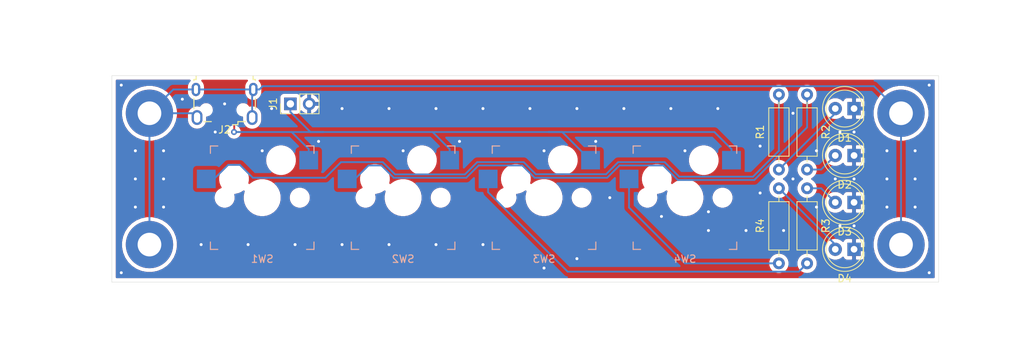
<source format=kicad_pcb>
(kicad_pcb (version 20171130) (host pcbnew 5.1.0)

  (general
    (thickness 1.6)
    (drawings 17)
    (tracks 153)
    (zones 0)
    (modules 18)
    (nets 15)
  )

  (page A4)
  (layers
    (0 F.Cu signal)
    (31 B.Cu signal)
    (32 B.Adhes user)
    (33 F.Adhes user)
    (34 B.Paste user)
    (35 F.Paste user)
    (36 B.SilkS user)
    (37 F.SilkS user)
    (38 B.Mask user)
    (39 F.Mask user)
    (40 Dwgs.User user)
    (41 Cmts.User user)
    (42 Eco1.User user)
    (43 Eco2.User user)
    (44 Edge.Cuts user)
    (45 Margin user)
    (46 B.CrtYd user)
    (47 F.CrtYd user)
    (48 B.Fab user)
    (49 F.Fab user)
  )

  (setup
    (last_trace_width 0.25)
    (user_trace_width 1.27)
    (user_trace_width 2.54)
    (trace_clearance 0.2)
    (zone_clearance 0.508)
    (zone_45_only no)
    (trace_min 0.2)
    (via_size 0.8)
    (via_drill 0.4)
    (via_min_size 0.4)
    (via_min_drill 0.3)
    (uvia_size 0.3)
    (uvia_drill 0.1)
    (uvias_allowed no)
    (uvia_min_size 0.2)
    (uvia_min_drill 0.1)
    (edge_width 0.05)
    (segment_width 0.2)
    (pcb_text_width 0.3)
    (pcb_text_size 1.5 1.5)
    (mod_edge_width 0.12)
    (mod_text_size 1 1)
    (mod_text_width 0.15)
    (pad_size 6.4 6.4)
    (pad_drill 3.200001)
    (pad_to_mask_clearance 0.051)
    (solder_mask_min_width 0.25)
    (aux_axis_origin 0 0)
    (visible_elements FFFFFF7F)
    (pcbplotparams
      (layerselection 0x010f0_ffffffff)
      (usegerberextensions false)
      (usegerberattributes false)
      (usegerberadvancedattributes false)
      (creategerberjobfile false)
      (excludeedgelayer true)
      (linewidth 0.100000)
      (plotframeref false)
      (viasonmask false)
      (mode 1)
      (useauxorigin false)
      (hpglpennumber 1)
      (hpglpenspeed 20)
      (hpglpendiameter 15.000000)
      (psnegative false)
      (psa4output false)
      (plotreference true)
      (plotvalue true)
      (plotinvisibletext false)
      (padsonsilk false)
      (subtractmaskfromsilk false)
      (outputformat 1)
      (mirror false)
      (drillshape 0)
      (scaleselection 1)
      (outputdirectory "/tmp/out"))
  )

  (net 0 "")
  (net 1 "Net-(D1-Pad2)")
  (net 2 GND)
  (net 3 "Net-(D2-Pad2)")
  (net 4 "Net-(D3-Pad2)")
  (net 5 "Net-(D4-Pad2)")
  (net 6 +5V)
  (net 7 "Net-(J2-Pad4)")
  (net 8 "Net-(J2-Pad3)")
  (net 9 "Net-(J2-Pad2)")
  (net 10 "Net-(R1-Pad2)")
  (net 11 "Net-(R2-Pad2)")
  (net 12 "Net-(R3-Pad2)")
  (net 13 "Net-(R4-Pad2)")
  (net 14 /Shield)

  (net_class Default "This is the default net class."
    (clearance 0.2)
    (trace_width 0.25)
    (via_dia 0.8)
    (via_drill 0.4)
    (uvia_dia 0.3)
    (uvia_drill 0.1)
    (add_net +5V)
    (add_net /Shield)
    (add_net GND)
    (add_net "Net-(D1-Pad2)")
    (add_net "Net-(D2-Pad2)")
    (add_net "Net-(D3-Pad2)")
    (add_net "Net-(D4-Pad2)")
    (add_net "Net-(J2-Pad2)")
    (add_net "Net-(J2-Pad3)")
    (add_net "Net-(J2-Pad4)")
    (add_net "Net-(R1-Pad2)")
    (add_net "Net-(R2-Pad2)")
    (add_net "Net-(R3-Pad2)")
    (add_net "Net-(R4-Pad2)")
  )

  (module MountingHole:MountingHole_3.2mm_M3_Pad (layer F.Cu) (tedit 5CB3982A) (tstamp 5CAC99F8)
    (at 100.965 113.665)
    (descr "Mounting Hole 3.2mm, M3")
    (tags "mounting hole 3.2mm m3")
    (attr virtual)
    (fp_text reference REF** (at 0 -4.2) (layer F.SilkS) hide
      (effects (font (size 1 1) (thickness 0.15)))
    )
    (fp_text value MountingHole_3.2mm_M3_Pad (at 0 4.2) (layer F.Fab)
      (effects (font (size 1 1) (thickness 0.15)))
    )
    (fp_text user %R (at 0.3 0) (layer F.Fab)
      (effects (font (size 1 1) (thickness 0.15)))
    )
    (fp_circle (center 0 0) (end 3.2 0) (layer Cmts.User) (width 0.15))
    (fp_circle (center 0 0) (end 3.45 0) (layer F.CrtYd) (width 0.05))
    (pad 1 thru_hole circle (at 0 0) (size 6.4 6.4) (drill 3.200001) (layers *.Cu *.Mask)
      (net 14 /Shield))
  )

  (module MountingHole:MountingHole_3.2mm_M3_Pad (layer F.Cu) (tedit 5CB3983E) (tstamp 5CAC9DB6)
    (at 202.565 95.885)
    (descr "Mounting Hole 3.2mm, M3")
    (tags "mounting hole 3.2mm m3")
    (attr virtual)
    (fp_text reference REF** (at 0 -4.2) (layer F.SilkS) hide
      (effects (font (size 1 1) (thickness 0.15)))
    )
    (fp_text value MountingHole_3.2mm_M3_Pad (at 0 4.2) (layer F.Fab)
      (effects (font (size 1 1) (thickness 0.15)))
    )
    (fp_circle (center 0 0) (end 3.45 0) (layer F.CrtYd) (width 0.05))
    (fp_circle (center 0 0) (end 3.2 0) (layer Cmts.User) (width 0.15))
    (fp_text user %R (at 0.3 0) (layer F.Fab)
      (effects (font (size 1 1) (thickness 0.15)))
    )
    (pad 1 thru_hole circle (at 0 0) (size 6.4 6.4) (drill 3.200001) (layers *.Cu *.Mask)
      (net 14 /Shield))
  )

  (module MountingHole:MountingHole_3.2mm_M3_Pad (layer F.Cu) (tedit 5CB3985C) (tstamp 5CAC9DB6)
    (at 202.565 113.665)
    (descr "Mounting Hole 3.2mm, M3")
    (tags "mounting hole 3.2mm m3")
    (attr virtual)
    (fp_text reference REF** (at 0 -4.2) (layer F.SilkS) hide
      (effects (font (size 1 1) (thickness 0.15)))
    )
    (fp_text value MountingHole_3.2mm_M3_Pad (at 0 4.2) (layer F.Fab)
      (effects (font (size 1 1) (thickness 0.15)))
    )
    (fp_circle (center 0 0) (end 3.45 0) (layer F.CrtYd) (width 0.05))
    (fp_circle (center 0 0) (end 3.2 0) (layer Cmts.User) (width 0.15))
    (fp_text user %R (at 0.3 0) (layer F.Fab)
      (effects (font (size 1 1) (thickness 0.15)))
    )
    (pad 1 thru_hole circle (at 0 0) (size 6.4 6.4) (drill 3.200001) (layers *.Cu *.Mask)
      (net 14 /Shield))
  )

  (module MountingHole:MountingHole_3.2mm_M3_Pad (layer F.Cu) (tedit 5CB39812) (tstamp 5CAC99C1)
    (at 100.965 95.885)
    (descr "Mounting Hole 3.2mm, M3")
    (tags "mounting hole 3.2mm m3")
    (attr virtual)
    (fp_text reference REF** (at 0 -4.2) (layer F.SilkS) hide
      (effects (font (size 1 1) (thickness 0.15)))
    )
    (fp_text value MountingHole_3.2mm_M3_Pad (at 0 4.2) (layer F.Fab)
      (effects (font (size 1 1) (thickness 0.15)))
    )
    (fp_circle (center 0 0) (end 3.45 0) (layer F.CrtYd) (width 0.05))
    (fp_circle (center 0 0) (end 3.2 0) (layer Cmts.User) (width 0.15))
    (fp_text user %R (at 0.3 0) (layer F.Fab)
      (effects (font (size 1 1) (thickness 0.15)))
    )
    (pad 1 thru_hole circle (at 0 0) (size 6.4 6.4) (drill 3.200001) (layers *.Cu *.Mask)
      (net 14 /Shield))
  )

  (module Resistor_THT:R_Axial_DIN0207_L6.3mm_D2.5mm_P10.16mm_Horizontal (layer F.Cu) (tedit 5AE5139B) (tstamp 5CABCF47)
    (at 189.865 106.045 270)
    (descr "Resistor, Axial_DIN0207 series, Axial, Horizontal, pin pitch=10.16mm, 0.25W = 1/4W, length*diameter=6.3*2.5mm^2, http://cdn-reichelt.de/documents/datenblatt/B400/1_4W%23YAG.pdf")
    (tags "Resistor Axial_DIN0207 series Axial Horizontal pin pitch 10.16mm 0.25W = 1/4W length 6.3mm diameter 2.5mm")
    (path /5CADF5EF)
    (fp_text reference R3 (at 5.08 -2.54 270) (layer F.SilkS)
      (effects (font (size 1 1) (thickness 0.15)))
    )
    (fp_text value 330 (at 5.08 2.37 270) (layer F.Fab)
      (effects (font (size 1 1) (thickness 0.15)))
    )
    (fp_text user %R (at 5.08 0 270) (layer F.Fab)
      (effects (font (size 1 1) (thickness 0.15)))
    )
    (fp_line (start 11.21 -1.5) (end -1.05 -1.5) (layer F.CrtYd) (width 0.05))
    (fp_line (start 11.21 1.5) (end 11.21 -1.5) (layer F.CrtYd) (width 0.05))
    (fp_line (start -1.05 1.5) (end 11.21 1.5) (layer F.CrtYd) (width 0.05))
    (fp_line (start -1.05 -1.5) (end -1.05 1.5) (layer F.CrtYd) (width 0.05))
    (fp_line (start 9.12 0) (end 8.35 0) (layer F.SilkS) (width 0.12))
    (fp_line (start 1.04 0) (end 1.81 0) (layer F.SilkS) (width 0.12))
    (fp_line (start 8.35 -1.37) (end 1.81 -1.37) (layer F.SilkS) (width 0.12))
    (fp_line (start 8.35 1.37) (end 8.35 -1.37) (layer F.SilkS) (width 0.12))
    (fp_line (start 1.81 1.37) (end 8.35 1.37) (layer F.SilkS) (width 0.12))
    (fp_line (start 1.81 -1.37) (end 1.81 1.37) (layer F.SilkS) (width 0.12))
    (fp_line (start 10.16 0) (end 8.23 0) (layer F.Fab) (width 0.1))
    (fp_line (start 0 0) (end 1.93 0) (layer F.Fab) (width 0.1))
    (fp_line (start 8.23 -1.25) (end 1.93 -1.25) (layer F.Fab) (width 0.1))
    (fp_line (start 8.23 1.25) (end 8.23 -1.25) (layer F.Fab) (width 0.1))
    (fp_line (start 1.93 1.25) (end 8.23 1.25) (layer F.Fab) (width 0.1))
    (fp_line (start 1.93 -1.25) (end 1.93 1.25) (layer F.Fab) (width 0.1))
    (pad 2 thru_hole oval (at 10.16 0 270) (size 1.6 1.6) (drill 0.8) (layers *.Cu *.Mask)
      (net 12 "Net-(R3-Pad2)"))
    (pad 1 thru_hole circle (at 0 0 270) (size 1.6 1.6) (drill 0.8) (layers *.Cu *.Mask)
      (net 4 "Net-(D3-Pad2)"))
    (model ${KISYS3DMOD}/Resistor_THT.3dshapes/R_Axial_DIN0207_L6.3mm_D2.5mm_P10.16mm_Horizontal.wrl
      (at (xyz 0 0 0))
      (scale (xyz 1 1 1))
      (rotate (xyz 0 0 0))
    )
  )

  (module Keyswitches_fancy:Kailh_socket (layer F.Cu) (tedit 5ACB038C) (tstamp 5CAC8B95)
    (at 154.305 107.315)
    (descr "MX-style keyswitch with Kailh socket mount")
    (tags MX,cherry,gateron,kailh,pg1511,socket)
    (path /5CABFB66)
    (fp_text reference SW3 (at 0 8.3) (layer B.SilkS)
      (effects (font (size 1 1) (thickness 0.15)) (justify mirror))
    )
    (fp_text value SW_Push (at 0 -8.7) (layer F.Fab)
      (effects (font (size 1 1) (thickness 0.15)))
    )
    (fp_line (start -7.5 7.5) (end -7.5 -7.5) (layer Eco2.User) (width 0.15))
    (fp_line (start 7.5 7.5) (end -7.5 7.5) (layer Eco2.User) (width 0.15))
    (fp_line (start 7.5 -7.5) (end 7.5 7.5) (layer Eco2.User) (width 0.15))
    (fp_line (start -7.5 -7.5) (end 7.5 -7.5) (layer Eco2.User) (width 0.15))
    (fp_line (start -6.9 6.9) (end -6.9 -6.9) (layer Eco2.User) (width 0.15))
    (fp_line (start 6.9 -6.9) (end 6.9 6.9) (layer Eco2.User) (width 0.15))
    (fp_line (start 6.9 -6.9) (end -6.9 -6.9) (layer Eco2.User) (width 0.15))
    (fp_line (start -6.9 6.9) (end 6.9 6.9) (layer Eco2.User) (width 0.15))
    (fp_line (start 7 -7) (end 7 -6) (layer B.SilkS) (width 0.15))
    (fp_line (start 6 -7) (end 7 -7) (layer B.SilkS) (width 0.15))
    (fp_line (start 7 7) (end 6 7) (layer B.SilkS) (width 0.15))
    (fp_line (start 7 6) (end 7 7) (layer B.SilkS) (width 0.15))
    (fp_line (start -7 7) (end -7 6) (layer B.SilkS) (width 0.15))
    (fp_line (start -6 7) (end -7 7) (layer B.SilkS) (width 0.15))
    (fp_line (start -7 -7) (end -6 -7) (layer B.SilkS) (width 0.15))
    (fp_line (start -7 -6) (end -7 -7) (layer B.SilkS) (width 0.15))
    (pad 2 smd rect (at -7.56 -2.54) (size 2.55 2.5) (layers B.Cu B.Paste B.Mask)
      (net 12 "Net-(R3-Pad2)"))
    (pad "" np_thru_hole circle (at -5.08 0) (size 1.7018 1.7018) (drill 1.7018) (layers *.Cu *.Mask))
    (pad "" np_thru_hole circle (at 5.08 0) (size 1.7018 1.7018) (drill 1.7018) (layers *.Cu *.Mask))
    (pad "" np_thru_hole circle (at 0 0) (size 3.9878 3.9878) (drill 3.9878) (layers *.Cu *.Mask))
    (pad "" np_thru_hole circle (at -3.81 -2.54) (size 3 3) (drill 3) (layers *.Cu *.Mask))
    (pad "" np_thru_hole circle (at 2.54 -5.08) (size 3 3) (drill 3) (layers *.Cu *.Mask))
    (pad 1 smd rect (at 6.29 -5.08) (size 2.55 2.5) (layers B.Cu B.Paste B.Mask)
      (net 6 +5V))
  )

  (module Keyswitches_fancy:Kailh_socket (layer F.Cu) (tedit 5ACB038C) (tstamp 5CAC8849)
    (at 173.355 107.315)
    (descr "MX-style keyswitch with Kailh socket mount")
    (tags MX,cherry,gateron,kailh,pg1511,socket)
    (path /5CAC509F)
    (fp_text reference SW4 (at 0 8.3) (layer B.SilkS)
      (effects (font (size 1 1) (thickness 0.15)) (justify mirror))
    )
    (fp_text value SW_Push (at 0 -8.7) (layer F.Fab)
      (effects (font (size 1 1) (thickness 0.15)))
    )
    (fp_line (start -7.5 7.5) (end -7.5 -7.5) (layer Eco2.User) (width 0.15))
    (fp_line (start 7.5 7.5) (end -7.5 7.5) (layer Eco2.User) (width 0.15))
    (fp_line (start 7.5 -7.5) (end 7.5 7.5) (layer Eco2.User) (width 0.15))
    (fp_line (start -7.5 -7.5) (end 7.5 -7.5) (layer Eco2.User) (width 0.15))
    (fp_line (start -6.9 6.9) (end -6.9 -6.9) (layer Eco2.User) (width 0.15))
    (fp_line (start 6.9 -6.9) (end 6.9 6.9) (layer Eco2.User) (width 0.15))
    (fp_line (start 6.9 -6.9) (end -6.9 -6.9) (layer Eco2.User) (width 0.15))
    (fp_line (start -6.9 6.9) (end 6.9 6.9) (layer Eco2.User) (width 0.15))
    (fp_line (start 7 -7) (end 7 -6) (layer B.SilkS) (width 0.15))
    (fp_line (start 6 -7) (end 7 -7) (layer B.SilkS) (width 0.15))
    (fp_line (start 7 7) (end 6 7) (layer B.SilkS) (width 0.15))
    (fp_line (start 7 6) (end 7 7) (layer B.SilkS) (width 0.15))
    (fp_line (start -7 7) (end -7 6) (layer B.SilkS) (width 0.15))
    (fp_line (start -6 7) (end -7 7) (layer B.SilkS) (width 0.15))
    (fp_line (start -7 -7) (end -6 -7) (layer B.SilkS) (width 0.15))
    (fp_line (start -7 -6) (end -7 -7) (layer B.SilkS) (width 0.15))
    (pad 2 smd rect (at -7.56 -2.54) (size 2.55 2.5) (layers B.Cu B.Paste B.Mask)
      (net 13 "Net-(R4-Pad2)"))
    (pad "" np_thru_hole circle (at -5.08 0) (size 1.7018 1.7018) (drill 1.7018) (layers *.Cu *.Mask))
    (pad "" np_thru_hole circle (at 5.08 0) (size 1.7018 1.7018) (drill 1.7018) (layers *.Cu *.Mask))
    (pad "" np_thru_hole circle (at 0 0) (size 3.9878 3.9878) (drill 3.9878) (layers *.Cu *.Mask))
    (pad "" np_thru_hole circle (at -3.81 -2.54) (size 3 3) (drill 3) (layers *.Cu *.Mask))
    (pad "" np_thru_hole circle (at 2.54 -5.08) (size 3 3) (drill 3) (layers *.Cu *.Mask))
    (pad 1 smd rect (at 6.29 -5.08) (size 2.55 2.5) (layers B.Cu B.Paste B.Mask)
      (net 6 +5V))
  )

  (module Keyswitches_fancy:Kailh_socket (layer F.Cu) (tedit 5ACB038C) (tstamp 5CAC8813)
    (at 135.255 107.315)
    (descr "MX-style keyswitch with Kailh socket mount")
    (tags MX,cherry,gateron,kailh,pg1511,socket)
    (path /5CABEC7A)
    (fp_text reference SW2 (at 0 8.3) (layer B.SilkS)
      (effects (font (size 1 1) (thickness 0.15)) (justify mirror))
    )
    (fp_text value SW_Push (at 0 -8.7) (layer F.Fab)
      (effects (font (size 1 1) (thickness 0.15)))
    )
    (fp_line (start -7.5 7.5) (end -7.5 -7.5) (layer Eco2.User) (width 0.15))
    (fp_line (start 7.5 7.5) (end -7.5 7.5) (layer Eco2.User) (width 0.15))
    (fp_line (start 7.5 -7.5) (end 7.5 7.5) (layer Eco2.User) (width 0.15))
    (fp_line (start -7.5 -7.5) (end 7.5 -7.5) (layer Eco2.User) (width 0.15))
    (fp_line (start -6.9 6.9) (end -6.9 -6.9) (layer Eco2.User) (width 0.15))
    (fp_line (start 6.9 -6.9) (end 6.9 6.9) (layer Eco2.User) (width 0.15))
    (fp_line (start 6.9 -6.9) (end -6.9 -6.9) (layer Eco2.User) (width 0.15))
    (fp_line (start -6.9 6.9) (end 6.9 6.9) (layer Eco2.User) (width 0.15))
    (fp_line (start 7 -7) (end 7 -6) (layer B.SilkS) (width 0.15))
    (fp_line (start 6 -7) (end 7 -7) (layer B.SilkS) (width 0.15))
    (fp_line (start 7 7) (end 6 7) (layer B.SilkS) (width 0.15))
    (fp_line (start 7 6) (end 7 7) (layer B.SilkS) (width 0.15))
    (fp_line (start -7 7) (end -7 6) (layer B.SilkS) (width 0.15))
    (fp_line (start -6 7) (end -7 7) (layer B.SilkS) (width 0.15))
    (fp_line (start -7 -7) (end -6 -7) (layer B.SilkS) (width 0.15))
    (fp_line (start -7 -6) (end -7 -7) (layer B.SilkS) (width 0.15))
    (pad 2 smd rect (at -7.56 -2.54) (size 2.55 2.5) (layers B.Cu B.Paste B.Mask)
      (net 11 "Net-(R2-Pad2)"))
    (pad "" np_thru_hole circle (at -5.08 0) (size 1.7018 1.7018) (drill 1.7018) (layers *.Cu *.Mask))
    (pad "" np_thru_hole circle (at 5.08 0) (size 1.7018 1.7018) (drill 1.7018) (layers *.Cu *.Mask))
    (pad "" np_thru_hole circle (at 0 0) (size 3.9878 3.9878) (drill 3.9878) (layers *.Cu *.Mask))
    (pad "" np_thru_hole circle (at -3.81 -2.54) (size 3 3) (drill 3) (layers *.Cu *.Mask))
    (pad "" np_thru_hole circle (at 2.54 -5.08) (size 3 3) (drill 3) (layers *.Cu *.Mask))
    (pad 1 smd rect (at 6.29 -5.08) (size 2.55 2.5) (layers B.Cu B.Paste B.Mask)
      (net 6 +5V))
  )

  (module Keyswitches_fancy:Kailh_socket (layer F.Cu) (tedit 5ACB038C) (tstamp 5CAC87F8)
    (at 116.205 107.315)
    (descr "MX-style keyswitch with Kailh socket mount")
    (tags MX,cherry,gateron,kailh,pg1511,socket)
    (path /5CABA87E)
    (fp_text reference SW1 (at 0 8.3) (layer B.SilkS)
      (effects (font (size 1 1) (thickness 0.15)) (justify mirror))
    )
    (fp_text value SW_Push (at 0 -8.7) (layer F.Fab)
      (effects (font (size 1 1) (thickness 0.15)))
    )
    (fp_line (start -7.5 7.5) (end -7.5 -7.5) (layer Eco2.User) (width 0.15))
    (fp_line (start 7.5 7.5) (end -7.5 7.5) (layer Eco2.User) (width 0.15))
    (fp_line (start 7.5 -7.5) (end 7.5 7.5) (layer Eco2.User) (width 0.15))
    (fp_line (start -7.5 -7.5) (end 7.5 -7.5) (layer Eco2.User) (width 0.15))
    (fp_line (start -6.9 6.9) (end -6.9 -6.9) (layer Eco2.User) (width 0.15))
    (fp_line (start 6.9 -6.9) (end 6.9 6.9) (layer Eco2.User) (width 0.15))
    (fp_line (start 6.9 -6.9) (end -6.9 -6.9) (layer Eco2.User) (width 0.15))
    (fp_line (start -6.9 6.9) (end 6.9 6.9) (layer Eco2.User) (width 0.15))
    (fp_line (start 7 -7) (end 7 -6) (layer B.SilkS) (width 0.15))
    (fp_line (start 6 -7) (end 7 -7) (layer B.SilkS) (width 0.15))
    (fp_line (start 7 7) (end 6 7) (layer B.SilkS) (width 0.15))
    (fp_line (start 7 6) (end 7 7) (layer B.SilkS) (width 0.15))
    (fp_line (start -7 7) (end -7 6) (layer B.SilkS) (width 0.15))
    (fp_line (start -6 7) (end -7 7) (layer B.SilkS) (width 0.15))
    (fp_line (start -7 -7) (end -6 -7) (layer B.SilkS) (width 0.15))
    (fp_line (start -7 -6) (end -7 -7) (layer B.SilkS) (width 0.15))
    (pad 2 smd rect (at -7.56 -2.54) (size 2.55 2.5) (layers B.Cu B.Paste B.Mask)
      (net 10 "Net-(R1-Pad2)"))
    (pad "" np_thru_hole circle (at -5.08 0) (size 1.7018 1.7018) (drill 1.7018) (layers *.Cu *.Mask))
    (pad "" np_thru_hole circle (at 5.08 0) (size 1.7018 1.7018) (drill 1.7018) (layers *.Cu *.Mask))
    (pad "" np_thru_hole circle (at 0 0) (size 3.9878 3.9878) (drill 3.9878) (layers *.Cu *.Mask))
    (pad "" np_thru_hole circle (at -3.81 -2.54) (size 3 3) (drill 3) (layers *.Cu *.Mask))
    (pad "" np_thru_hole circle (at 2.54 -5.08) (size 3 3) (drill 3) (layers *.Cu *.Mask))
    (pad 1 smd rect (at 6.29 -5.08) (size 2.55 2.5) (layers B.Cu B.Paste B.Mask)
      (net 6 +5V))
  )

  (module Resistor_THT:R_Axial_DIN0207_L6.3mm_D2.5mm_P10.16mm_Horizontal (layer F.Cu) (tedit 5AE5139B) (tstamp 5CAC9C94)
    (at 186.055 106.045 270)
    (descr "Resistor, Axial_DIN0207 series, Axial, Horizontal, pin pitch=10.16mm, 0.25W = 1/4W, length*diameter=6.3*2.5mm^2, http://cdn-reichelt.de/documents/datenblatt/B400/1_4W%23YAG.pdf")
    (tags "Resistor Axial_DIN0207 series Axial Horizontal pin pitch 10.16mm 0.25W = 1/4W length 6.3mm diameter 2.5mm")
    (path /5CADFAA8)
    (fp_text reference R4 (at 5.08 2.54 270) (layer F.SilkS)
      (effects (font (size 1 1) (thickness 0.15)))
    )
    (fp_text value 330 (at 5.08 2.37 270) (layer F.Fab)
      (effects (font (size 1 1) (thickness 0.15)))
    )
    (fp_text user %R (at 5.08 0 270) (layer F.Fab)
      (effects (font (size 1 1) (thickness 0.15)))
    )
    (fp_line (start 11.21 -1.5) (end -1.05 -1.5) (layer F.CrtYd) (width 0.05))
    (fp_line (start 11.21 1.5) (end 11.21 -1.5) (layer F.CrtYd) (width 0.05))
    (fp_line (start -1.05 1.5) (end 11.21 1.5) (layer F.CrtYd) (width 0.05))
    (fp_line (start -1.05 -1.5) (end -1.05 1.5) (layer F.CrtYd) (width 0.05))
    (fp_line (start 9.12 0) (end 8.35 0) (layer F.SilkS) (width 0.12))
    (fp_line (start 1.04 0) (end 1.81 0) (layer F.SilkS) (width 0.12))
    (fp_line (start 8.35 -1.37) (end 1.81 -1.37) (layer F.SilkS) (width 0.12))
    (fp_line (start 8.35 1.37) (end 8.35 -1.37) (layer F.SilkS) (width 0.12))
    (fp_line (start 1.81 1.37) (end 8.35 1.37) (layer F.SilkS) (width 0.12))
    (fp_line (start 1.81 -1.37) (end 1.81 1.37) (layer F.SilkS) (width 0.12))
    (fp_line (start 10.16 0) (end 8.23 0) (layer F.Fab) (width 0.1))
    (fp_line (start 0 0) (end 1.93 0) (layer F.Fab) (width 0.1))
    (fp_line (start 8.23 -1.25) (end 1.93 -1.25) (layer F.Fab) (width 0.1))
    (fp_line (start 8.23 1.25) (end 8.23 -1.25) (layer F.Fab) (width 0.1))
    (fp_line (start 1.93 1.25) (end 8.23 1.25) (layer F.Fab) (width 0.1))
    (fp_line (start 1.93 -1.25) (end 1.93 1.25) (layer F.Fab) (width 0.1))
    (pad 2 thru_hole oval (at 10.16 0 270) (size 1.6 1.6) (drill 0.8) (layers *.Cu *.Mask)
      (net 13 "Net-(R4-Pad2)"))
    (pad 1 thru_hole circle (at 0 0 270) (size 1.6 1.6) (drill 0.8) (layers *.Cu *.Mask)
      (net 5 "Net-(D4-Pad2)"))
    (model ${KISYS3DMOD}/Resistor_THT.3dshapes/R_Axial_DIN0207_L6.3mm_D2.5mm_P10.16mm_Horizontal.wrl
      (at (xyz 0 0 0))
      (scale (xyz 1 1 1))
      (rotate (xyz 0 0 0))
    )
  )

  (module Resistor_THT:R_Axial_DIN0207_L6.3mm_D2.5mm_P10.16mm_Horizontal (layer F.Cu) (tedit 5AE5139B) (tstamp 5CABD010)
    (at 189.865 103.505 90)
    (descr "Resistor, Axial_DIN0207 series, Axial, Horizontal, pin pitch=10.16mm, 0.25W = 1/4W, length*diameter=6.3*2.5mm^2, http://cdn-reichelt.de/documents/datenblatt/B400/1_4W%23YAG.pdf")
    (tags "Resistor Axial_DIN0207 series Axial Horizontal pin pitch 10.16mm 0.25W = 1/4W length 6.3mm diameter 2.5mm")
    (path /5CADF035)
    (fp_text reference R2 (at 5.08 2.54 90) (layer F.SilkS)
      (effects (font (size 1 1) (thickness 0.15)))
    )
    (fp_text value 330 (at 5.08 2.37 90) (layer F.Fab)
      (effects (font (size 1 1) (thickness 0.15)))
    )
    (fp_text user %R (at 5.08 0 90) (layer F.Fab)
      (effects (font (size 1 1) (thickness 0.15)))
    )
    (fp_line (start 11.21 -1.5) (end -1.05 -1.5) (layer F.CrtYd) (width 0.05))
    (fp_line (start 11.21 1.5) (end 11.21 -1.5) (layer F.CrtYd) (width 0.05))
    (fp_line (start -1.05 1.5) (end 11.21 1.5) (layer F.CrtYd) (width 0.05))
    (fp_line (start -1.05 -1.5) (end -1.05 1.5) (layer F.CrtYd) (width 0.05))
    (fp_line (start 9.12 0) (end 8.35 0) (layer F.SilkS) (width 0.12))
    (fp_line (start 1.04 0) (end 1.81 0) (layer F.SilkS) (width 0.12))
    (fp_line (start 8.35 -1.37) (end 1.81 -1.37) (layer F.SilkS) (width 0.12))
    (fp_line (start 8.35 1.37) (end 8.35 -1.37) (layer F.SilkS) (width 0.12))
    (fp_line (start 1.81 1.37) (end 8.35 1.37) (layer F.SilkS) (width 0.12))
    (fp_line (start 1.81 -1.37) (end 1.81 1.37) (layer F.SilkS) (width 0.12))
    (fp_line (start 10.16 0) (end 8.23 0) (layer F.Fab) (width 0.1))
    (fp_line (start 0 0) (end 1.93 0) (layer F.Fab) (width 0.1))
    (fp_line (start 8.23 -1.25) (end 1.93 -1.25) (layer F.Fab) (width 0.1))
    (fp_line (start 8.23 1.25) (end 8.23 -1.25) (layer F.Fab) (width 0.1))
    (fp_line (start 1.93 1.25) (end 8.23 1.25) (layer F.Fab) (width 0.1))
    (fp_line (start 1.93 -1.25) (end 1.93 1.25) (layer F.Fab) (width 0.1))
    (pad 2 thru_hole oval (at 10.16 0 90) (size 1.6 1.6) (drill 0.8) (layers *.Cu *.Mask)
      (net 11 "Net-(R2-Pad2)"))
    (pad 1 thru_hole circle (at 0 0 90) (size 1.6 1.6) (drill 0.8) (layers *.Cu *.Mask)
      (net 3 "Net-(D2-Pad2)"))
    (model ${KISYS3DMOD}/Resistor_THT.3dshapes/R_Axial_DIN0207_L6.3mm_D2.5mm_P10.16mm_Horizontal.wrl
      (at (xyz 0 0 0))
      (scale (xyz 1 1 1))
      (rotate (xyz 0 0 0))
    )
  )

  (module Resistor_THT:R_Axial_DIN0207_L6.3mm_D2.5mm_P10.16mm_Horizontal (layer F.Cu) (tedit 5AE5139B) (tstamp 5CABCFCE)
    (at 186.055 103.505 90)
    (descr "Resistor, Axial_DIN0207 series, Axial, Horizontal, pin pitch=10.16mm, 0.25W = 1/4W, length*diameter=6.3*2.5mm^2, http://cdn-reichelt.de/documents/datenblatt/B400/1_4W%23YAG.pdf")
    (tags "Resistor Axial_DIN0207 series Axial Horizontal pin pitch 10.16mm 0.25W = 1/4W length 6.3mm diameter 2.5mm")
    (path /5CADCC3C)
    (fp_text reference R1 (at 5.08 -2.54 90) (layer F.SilkS)
      (effects (font (size 1 1) (thickness 0.15)))
    )
    (fp_text value 330 (at 5.08 2.37 90) (layer F.Fab)
      (effects (font (size 1 1) (thickness 0.15)))
    )
    (fp_text user %R (at 5.08 0 90) (layer F.Fab)
      (effects (font (size 1 1) (thickness 0.15)))
    )
    (fp_line (start 11.21 -1.5) (end -1.05 -1.5) (layer F.CrtYd) (width 0.05))
    (fp_line (start 11.21 1.5) (end 11.21 -1.5) (layer F.CrtYd) (width 0.05))
    (fp_line (start -1.05 1.5) (end 11.21 1.5) (layer F.CrtYd) (width 0.05))
    (fp_line (start -1.05 -1.5) (end -1.05 1.5) (layer F.CrtYd) (width 0.05))
    (fp_line (start 9.12 0) (end 8.35 0) (layer F.SilkS) (width 0.12))
    (fp_line (start 1.04 0) (end 1.81 0) (layer F.SilkS) (width 0.12))
    (fp_line (start 8.35 -1.37) (end 1.81 -1.37) (layer F.SilkS) (width 0.12))
    (fp_line (start 8.35 1.37) (end 8.35 -1.37) (layer F.SilkS) (width 0.12))
    (fp_line (start 1.81 1.37) (end 8.35 1.37) (layer F.SilkS) (width 0.12))
    (fp_line (start 1.81 -1.37) (end 1.81 1.37) (layer F.SilkS) (width 0.12))
    (fp_line (start 10.16 0) (end 8.23 0) (layer F.Fab) (width 0.1))
    (fp_line (start 0 0) (end 1.93 0) (layer F.Fab) (width 0.1))
    (fp_line (start 8.23 -1.25) (end 1.93 -1.25) (layer F.Fab) (width 0.1))
    (fp_line (start 8.23 1.25) (end 8.23 -1.25) (layer F.Fab) (width 0.1))
    (fp_line (start 1.93 1.25) (end 8.23 1.25) (layer F.Fab) (width 0.1))
    (fp_line (start 1.93 -1.25) (end 1.93 1.25) (layer F.Fab) (width 0.1))
    (pad 2 thru_hole oval (at 10.16 0 90) (size 1.6 1.6) (drill 0.8) (layers *.Cu *.Mask)
      (net 10 "Net-(R1-Pad2)"))
    (pad 1 thru_hole circle (at 0 0 90) (size 1.6 1.6) (drill 0.8) (layers *.Cu *.Mask)
      (net 1 "Net-(D1-Pad2)"))
    (model ${KISYS3DMOD}/Resistor_THT.3dshapes/R_Axial_DIN0207_L6.3mm_D2.5mm_P10.16mm_Horizontal.wrl
      (at (xyz 0 0 0))
      (scale (xyz 1 1 1))
      (rotate (xyz 0 0 0))
    )
  )

  (module Connector_USB:USB_Micro-B_Wuerth_629105150521 (layer F.Cu) (tedit 5A142044) (tstamp 5CABC9C1)
    (at 111.125 94.615 180)
    (descr "USB Micro-B receptacle, http://www.mouser.com/ds/2/445/629105150521-469306.pdf")
    (tags "usb micro receptacle")
    (path /5CAEABDA)
    (attr smd)
    (fp_text reference J2 (at 0 -3.5 180) (layer F.SilkS)
      (effects (font (size 1 1) (thickness 0.15)))
    )
    (fp_text value USB_B_Micro (at 0 5.6 180) (layer F.Fab)
      (effects (font (size 1 1) (thickness 0.15)))
    )
    (fp_text user "PCB Edge" (at 0 3.75 180) (layer Dwgs.User)
      (effects (font (size 0.5 0.5) (thickness 0.08)))
    )
    (fp_text user %R (at 0 1.05 180) (layer F.Fab)
      (effects (font (size 1 1) (thickness 0.15)))
    )
    (fp_line (start 4.95 -3.34) (end -4.94 -3.34) (layer F.CrtYd) (width 0.05))
    (fp_line (start 4.95 4.85) (end 4.95 -3.34) (layer F.CrtYd) (width 0.05))
    (fp_line (start -4.94 4.85) (end 4.95 4.85) (layer F.CrtYd) (width 0.05))
    (fp_line (start -4.94 -3.34) (end -4.94 4.85) (layer F.CrtYd) (width 0.05))
    (fp_line (start 1.8 -2.4) (end 2.8 -2.4) (layer F.SilkS) (width 0.15))
    (fp_line (start -1.8 -2.4) (end -2.8 -2.4) (layer F.SilkS) (width 0.15))
    (fp_line (start -1.8 -2.825) (end -1.8 -2.4) (layer F.SilkS) (width 0.15))
    (fp_line (start -1.075 -2.825) (end -1.8 -2.825) (layer F.SilkS) (width 0.15))
    (fp_line (start 4.15 0.75) (end 4.15 -0.65) (layer F.SilkS) (width 0.15))
    (fp_line (start 4.15 3.3) (end 4.15 3.15) (layer F.SilkS) (width 0.15))
    (fp_line (start 3.85 3.3) (end 4.15 3.3) (layer F.SilkS) (width 0.15))
    (fp_line (start 3.85 3.75) (end 3.85 3.3) (layer F.SilkS) (width 0.15))
    (fp_line (start -3.85 3.3) (end -3.85 3.75) (layer F.SilkS) (width 0.15))
    (fp_line (start -4.15 3.3) (end -3.85 3.3) (layer F.SilkS) (width 0.15))
    (fp_line (start -4.15 3.15) (end -4.15 3.3) (layer F.SilkS) (width 0.15))
    (fp_line (start -4.15 -0.65) (end -4.15 0.75) (layer F.SilkS) (width 0.15))
    (fp_line (start -1.075 -2.95) (end -1.075 -2.725) (layer F.Fab) (width 0.15))
    (fp_line (start -1.525 -2.95) (end -1.075 -2.95) (layer F.Fab) (width 0.15))
    (fp_line (start -1.525 -2.725) (end -1.525 -2.95) (layer F.Fab) (width 0.15))
    (fp_line (start -1.3 -2.55) (end -1.525 -2.725) (layer F.Fab) (width 0.15))
    (fp_line (start -1.075 -2.725) (end -1.3 -2.55) (layer F.Fab) (width 0.15))
    (fp_line (start -2.7 3.75) (end 2.7 3.75) (layer F.Fab) (width 0.15))
    (fp_line (start 4 -2.25) (end -4 -2.25) (layer F.Fab) (width 0.15))
    (fp_line (start 4 3.15) (end 4 -2.25) (layer F.Fab) (width 0.15))
    (fp_line (start 3.7 3.15) (end 4 3.15) (layer F.Fab) (width 0.15))
    (fp_line (start 3.7 4.35) (end 3.7 3.15) (layer F.Fab) (width 0.15))
    (fp_line (start -3.7 4.35) (end 3.7 4.35) (layer F.Fab) (width 0.15))
    (fp_line (start -3.7 3.15) (end -3.7 4.35) (layer F.Fab) (width 0.15))
    (fp_line (start -4 3.15) (end -3.7 3.15) (layer F.Fab) (width 0.15))
    (fp_line (start -4 -2.25) (end -4 3.15) (layer F.Fab) (width 0.15))
    (pad "" np_thru_hole oval (at 2.5 -0.8 180) (size 0.8 0.8) (drill 0.8) (layers *.Cu *.Mask))
    (pad "" np_thru_hole oval (at -2.5 -0.8 180) (size 0.8 0.8) (drill 0.8) (layers *.Cu *.Mask))
    (pad 6 thru_hole oval (at 3.875 1.95 180) (size 1.15 1.8) (drill oval 0.55 1.2) (layers *.Cu *.Mask)
      (net 14 /Shield))
    (pad 6 thru_hole oval (at -3.875 1.95 180) (size 1.15 1.8) (drill oval 0.55 1.2) (layers *.Cu *.Mask)
      (net 14 /Shield))
    (pad 6 thru_hole oval (at 3.725 -1.85 180) (size 1.45 2) (drill oval 0.85 1.4) (layers *.Cu *.Mask)
      (net 14 /Shield))
    (pad 6 thru_hole oval (at -3.725 -1.85 180) (size 1.45 2) (drill oval 0.85 1.4) (layers *.Cu *.Mask)
      (net 14 /Shield))
    (pad 5 smd rect (at 1.3 -1.9 180) (size 0.45 1.3) (layers F.Cu F.Paste F.Mask)
      (net 2 GND))
    (pad 4 smd rect (at 0.65 -1.9 180) (size 0.45 1.3) (layers F.Cu F.Paste F.Mask)
      (net 7 "Net-(J2-Pad4)"))
    (pad 3 smd rect (at 0 -1.9 180) (size 0.45 1.3) (layers F.Cu F.Paste F.Mask)
      (net 8 "Net-(J2-Pad3)"))
    (pad 2 smd rect (at -0.65 -1.9 180) (size 0.45 1.3) (layers F.Cu F.Paste F.Mask)
      (net 9 "Net-(J2-Pad2)"))
    (pad 1 smd rect (at -1.3 -1.9 180) (size 0.45 1.3) (layers F.Cu F.Paste F.Mask)
      (net 6 +5V))
    (model ${KISYS3DMOD}/Connector_USB.3dshapes/USB_Micro-B_Wuerth_629105150521.wrl
      (at (xyz 0 0 0))
      (scale (xyz 1 1 1))
      (rotate (xyz 0 0 0))
    )
  )

  (module Connector_PinHeader_2.54mm:PinHeader_1x02_P2.54mm_Vertical (layer F.Cu) (tedit 59FED5CC) (tstamp 5CABCABA)
    (at 120.015 94.615 90)
    (descr "Through hole straight pin header, 1x02, 2.54mm pitch, single row")
    (tags "Through hole pin header THT 1x02 2.54mm single row")
    (path /5CAE5D24)
    (fp_text reference J1 (at 0 -2.33 90) (layer F.SilkS)
      (effects (font (size 1 1) (thickness 0.15)))
    )
    (fp_text value Conn_01x02_Male (at 0 4.87 90) (layer F.Fab)
      (effects (font (size 1 1) (thickness 0.15)))
    )
    (fp_line (start -0.635 -1.27) (end 1.27 -1.27) (layer F.Fab) (width 0.1))
    (fp_line (start 1.27 -1.27) (end 1.27 3.81) (layer F.Fab) (width 0.1))
    (fp_line (start 1.27 3.81) (end -1.27 3.81) (layer F.Fab) (width 0.1))
    (fp_line (start -1.27 3.81) (end -1.27 -0.635) (layer F.Fab) (width 0.1))
    (fp_line (start -1.27 -0.635) (end -0.635 -1.27) (layer F.Fab) (width 0.1))
    (fp_line (start -1.33 3.87) (end 1.33 3.87) (layer F.SilkS) (width 0.12))
    (fp_line (start -1.33 1.27) (end -1.33 3.87) (layer F.SilkS) (width 0.12))
    (fp_line (start 1.33 1.27) (end 1.33 3.87) (layer F.SilkS) (width 0.12))
    (fp_line (start -1.33 1.27) (end 1.33 1.27) (layer F.SilkS) (width 0.12))
    (fp_line (start -1.33 0) (end -1.33 -1.33) (layer F.SilkS) (width 0.12))
    (fp_line (start -1.33 -1.33) (end 0 -1.33) (layer F.SilkS) (width 0.12))
    (fp_line (start -1.8 -1.8) (end -1.8 4.35) (layer F.CrtYd) (width 0.05))
    (fp_line (start -1.8 4.35) (end 1.8 4.35) (layer F.CrtYd) (width 0.05))
    (fp_line (start 1.8 4.35) (end 1.8 -1.8) (layer F.CrtYd) (width 0.05))
    (fp_line (start 1.8 -1.8) (end -1.8 -1.8) (layer F.CrtYd) (width 0.05))
    (fp_text user %R (at 0 1.27 180) (layer F.Fab)
      (effects (font (size 1 1) (thickness 0.15)))
    )
    (pad 1 thru_hole rect (at 0 0 90) (size 1.7 1.7) (drill 1) (layers *.Cu *.Mask)
      (net 6 +5V))
    (pad 2 thru_hole oval (at 0 2.54 90) (size 1.7 1.7) (drill 1) (layers *.Cu *.Mask)
      (net 2 GND))
    (model ${KISYS3DMOD}/Connector_PinHeader_2.54mm.3dshapes/PinHeader_1x02_P2.54mm_Vertical.wrl
      (at (xyz 0 0 0))
      (scale (xyz 1 1 1))
      (rotate (xyz 0 0 0))
    )
  )

  (module LED_THT:LED_D5.0mm (layer F.Cu) (tedit 5995936A) (tstamp 5CABB51B)
    (at 196.215 114.3 180)
    (descr "LED, diameter 5.0mm, 2 pins, http://cdn-reichelt.de/documents/datenblatt/A500/LL-504BC2E-009.pdf")
    (tags "LED diameter 5.0mm 2 pins")
    (path /5CAE1D19)
    (fp_text reference D4 (at 1.27 -3.96 180) (layer F.SilkS)
      (effects (font (size 1 1) (thickness 0.15)))
    )
    (fp_text value LED (at 1.27 3.96 180) (layer F.Fab)
      (effects (font (size 1 1) (thickness 0.15)))
    )
    (fp_text user %R (at 1.25 0 180) (layer F.Fab)
      (effects (font (size 0.8 0.8) (thickness 0.2)))
    )
    (fp_line (start 4.5 -3.25) (end -1.95 -3.25) (layer F.CrtYd) (width 0.05))
    (fp_line (start 4.5 3.25) (end 4.5 -3.25) (layer F.CrtYd) (width 0.05))
    (fp_line (start -1.95 3.25) (end 4.5 3.25) (layer F.CrtYd) (width 0.05))
    (fp_line (start -1.95 -3.25) (end -1.95 3.25) (layer F.CrtYd) (width 0.05))
    (fp_line (start -1.29 -1.545) (end -1.29 1.545) (layer F.SilkS) (width 0.12))
    (fp_line (start -1.23 -1.469694) (end -1.23 1.469694) (layer F.Fab) (width 0.1))
    (fp_circle (center 1.27 0) (end 3.77 0) (layer F.SilkS) (width 0.12))
    (fp_circle (center 1.27 0) (end 3.77 0) (layer F.Fab) (width 0.1))
    (fp_arc (start 1.27 0) (end -1.29 1.54483) (angle -148.9) (layer F.SilkS) (width 0.12))
    (fp_arc (start 1.27 0) (end -1.29 -1.54483) (angle 148.9) (layer F.SilkS) (width 0.12))
    (fp_arc (start 1.27 0) (end -1.23 -1.469694) (angle 299.1) (layer F.Fab) (width 0.1))
    (pad 2 thru_hole circle (at 2.54 0 180) (size 1.8 1.8) (drill 0.9) (layers *.Cu *.Mask)
      (net 5 "Net-(D4-Pad2)"))
    (pad 1 thru_hole rect (at 0 0 180) (size 1.8 1.8) (drill 0.9) (layers *.Cu *.Mask)
      (net 2 GND))
    (model ${KISYS3DMOD}/LED_THT.3dshapes/LED_D5.0mm.wrl
      (at (xyz 0 0 0))
      (scale (xyz 1 1 1))
      (rotate (xyz 0 0 0))
    )
  )

  (module LED_THT:LED_D5.0mm (layer F.Cu) (tedit 5995936A) (tstamp 5CABD150)
    (at 196.215 107.95 180)
    (descr "LED, diameter 5.0mm, 2 pins, http://cdn-reichelt.de/documents/datenblatt/A500/LL-504BC2E-009.pdf")
    (tags "LED diameter 5.0mm 2 pins")
    (path /5CAE177D)
    (fp_text reference D3 (at 1.27 -3.96 180) (layer F.SilkS)
      (effects (font (size 1 1) (thickness 0.15)))
    )
    (fp_text value LED (at 1.27 3.96 180) (layer F.Fab)
      (effects (font (size 1 1) (thickness 0.15)))
    )
    (fp_text user %R (at 1.25 0 180) (layer F.Fab)
      (effects (font (size 0.8 0.8) (thickness 0.2)))
    )
    (fp_line (start 4.5 -3.25) (end -1.95 -3.25) (layer F.CrtYd) (width 0.05))
    (fp_line (start 4.5 3.25) (end 4.5 -3.25) (layer F.CrtYd) (width 0.05))
    (fp_line (start -1.95 3.25) (end 4.5 3.25) (layer F.CrtYd) (width 0.05))
    (fp_line (start -1.95 -3.25) (end -1.95 3.25) (layer F.CrtYd) (width 0.05))
    (fp_line (start -1.29 -1.545) (end -1.29 1.545) (layer F.SilkS) (width 0.12))
    (fp_line (start -1.23 -1.469694) (end -1.23 1.469694) (layer F.Fab) (width 0.1))
    (fp_circle (center 1.27 0) (end 3.77 0) (layer F.SilkS) (width 0.12))
    (fp_circle (center 1.27 0) (end 3.77 0) (layer F.Fab) (width 0.1))
    (fp_arc (start 1.27 0) (end -1.29 1.54483) (angle -148.9) (layer F.SilkS) (width 0.12))
    (fp_arc (start 1.27 0) (end -1.29 -1.54483) (angle 148.9) (layer F.SilkS) (width 0.12))
    (fp_arc (start 1.27 0) (end -1.23 -1.469694) (angle 299.1) (layer F.Fab) (width 0.1))
    (pad 2 thru_hole circle (at 2.54 0 180) (size 1.8 1.8) (drill 0.9) (layers *.Cu *.Mask)
      (net 4 "Net-(D3-Pad2)"))
    (pad 1 thru_hole rect (at 0 0 180) (size 1.8 1.8) (drill 0.9) (layers *.Cu *.Mask)
      (net 2 GND))
    (model ${KISYS3DMOD}/LED_THT.3dshapes/LED_D5.0mm.wrl
      (at (xyz 0 0 0))
      (scale (xyz 1 1 1))
      (rotate (xyz 0 0 0))
    )
  )

  (module LED_THT:LED_D5.0mm (layer F.Cu) (tedit 5995936A) (tstamp 5CABD183)
    (at 196.215 101.6 180)
    (descr "LED, diameter 5.0mm, 2 pins, http://cdn-reichelt.de/documents/datenblatt/A500/LL-504BC2E-009.pdf")
    (tags "LED diameter 5.0mm 2 pins")
    (path /5CAE0FFC)
    (fp_text reference D2 (at 1.27 -3.96 180) (layer F.SilkS)
      (effects (font (size 1 1) (thickness 0.15)))
    )
    (fp_text value LED (at 1.27 3.96 180) (layer F.Fab)
      (effects (font (size 1 1) (thickness 0.15)))
    )
    (fp_text user %R (at 1.25 0 180) (layer F.Fab)
      (effects (font (size 0.8 0.8) (thickness 0.2)))
    )
    (fp_line (start 4.5 -3.25) (end -1.95 -3.25) (layer F.CrtYd) (width 0.05))
    (fp_line (start 4.5 3.25) (end 4.5 -3.25) (layer F.CrtYd) (width 0.05))
    (fp_line (start -1.95 3.25) (end 4.5 3.25) (layer F.CrtYd) (width 0.05))
    (fp_line (start -1.95 -3.25) (end -1.95 3.25) (layer F.CrtYd) (width 0.05))
    (fp_line (start -1.29 -1.545) (end -1.29 1.545) (layer F.SilkS) (width 0.12))
    (fp_line (start -1.23 -1.469694) (end -1.23 1.469694) (layer F.Fab) (width 0.1))
    (fp_circle (center 1.27 0) (end 3.77 0) (layer F.SilkS) (width 0.12))
    (fp_circle (center 1.27 0) (end 3.77 0) (layer F.Fab) (width 0.1))
    (fp_arc (start 1.27 0) (end -1.29 1.54483) (angle -148.9) (layer F.SilkS) (width 0.12))
    (fp_arc (start 1.27 0) (end -1.29 -1.54483) (angle 148.9) (layer F.SilkS) (width 0.12))
    (fp_arc (start 1.27 0) (end -1.23 -1.469694) (angle 299.1) (layer F.Fab) (width 0.1))
    (pad 2 thru_hole circle (at 2.54 0 180) (size 1.8 1.8) (drill 0.9) (layers *.Cu *.Mask)
      (net 3 "Net-(D2-Pad2)"))
    (pad 1 thru_hole rect (at 0 0 180) (size 1.8 1.8) (drill 0.9) (layers *.Cu *.Mask)
      (net 2 GND))
    (model ${KISYS3DMOD}/LED_THT.3dshapes/LED_D5.0mm.wrl
      (at (xyz 0 0 0))
      (scale (xyz 1 1 1))
      (rotate (xyz 0 0 0))
    )
  )

  (module LED_THT:LED_D5.0mm (layer F.Cu) (tedit 5995936A) (tstamp 5CABD11D)
    (at 196.215 95.25 180)
    (descr "LED, diameter 5.0mm, 2 pins, http://cdn-reichelt.de/documents/datenblatt/A500/LL-504BC2E-009.pdf")
    (tags "LED diameter 5.0mm 2 pins")
    (path /5CAE0347)
    (fp_text reference D1 (at 1.27 -3.96 180) (layer F.SilkS)
      (effects (font (size 1 1) (thickness 0.15)))
    )
    (fp_text value LED (at 1.27 3.96 180) (layer F.Fab)
      (effects (font (size 1 1) (thickness 0.15)))
    )
    (fp_text user %R (at 1.25 0 180) (layer F.Fab)
      (effects (font (size 0.8 0.8) (thickness 0.2)))
    )
    (fp_line (start 4.5 -3.25) (end -1.95 -3.25) (layer F.CrtYd) (width 0.05))
    (fp_line (start 4.5 3.25) (end 4.5 -3.25) (layer F.CrtYd) (width 0.05))
    (fp_line (start -1.95 3.25) (end 4.5 3.25) (layer F.CrtYd) (width 0.05))
    (fp_line (start -1.95 -3.25) (end -1.95 3.25) (layer F.CrtYd) (width 0.05))
    (fp_line (start -1.29 -1.545) (end -1.29 1.545) (layer F.SilkS) (width 0.12))
    (fp_line (start -1.23 -1.469694) (end -1.23 1.469694) (layer F.Fab) (width 0.1))
    (fp_circle (center 1.27 0) (end 3.77 0) (layer F.SilkS) (width 0.12))
    (fp_circle (center 1.27 0) (end 3.77 0) (layer F.Fab) (width 0.1))
    (fp_arc (start 1.27 0) (end -1.29 1.54483) (angle -148.9) (layer F.SilkS) (width 0.12))
    (fp_arc (start 1.27 0) (end -1.29 -1.54483) (angle 148.9) (layer F.SilkS) (width 0.12))
    (fp_arc (start 1.27 0) (end -1.23 -1.469694) (angle 299.1) (layer F.Fab) (width 0.1))
    (pad 2 thru_hole circle (at 2.54 0 180) (size 1.8 1.8) (drill 0.9) (layers *.Cu *.Mask)
      (net 1 "Net-(D1-Pad2)"))
    (pad 1 thru_hole rect (at 0 0 180) (size 1.8 1.8) (drill 0.9) (layers *.Cu *.Mask)
      (net 2 GND))
    (model ${KISYS3DMOD}/LED_THT.3dshapes/LED_D5.0mm.wrl
      (at (xyz 0 0 0))
      (scale (xyz 1 1 1))
      (rotate (xyz 0 0 0))
    )
  )

  (dimension 6.985 (width 0.15) (layer Dwgs.User)
    (gr_text "0.2750 in" (at 178.405 94.2975 90) (layer Dwgs.User)
      (effects (font (size 1 1) (thickness 0.15)))
    )
    (feature1 (pts (xy 180.855 90.805) (xy 179.118579 90.805)))
    (feature2 (pts (xy 180.855 97.79) (xy 179.118579 97.79)))
    (crossbar (pts (xy 179.705 97.79) (xy 179.705 90.805)))
    (arrow1a (pts (xy 179.705 90.805) (xy 180.291421 91.931504)))
    (arrow1b (pts (xy 179.705 90.805) (xy 179.118579 91.931504)))
    (arrow2a (pts (xy 179.705 97.79) (xy 180.291421 96.663496)))
    (arrow2b (pts (xy 179.705 97.79) (xy 179.118579 96.663496)))
  )
  (dimension 55.88 (width 0.15) (layer Dwgs.User)
    (gr_text "2.2000 in" (at 179.705 84.425) (layer Dwgs.User)
      (effects (font (size 1 1) (thickness 0.15)))
    )
    (feature1 (pts (xy 207.645 90.805) (xy 207.645 85.138579)))
    (feature2 (pts (xy 151.765 90.805) (xy 151.765 85.138579)))
    (crossbar (pts (xy 151.765 85.725) (xy 207.645 85.725)))
    (arrow1a (pts (xy 207.645 85.725) (xy 206.518496 86.311421)))
    (arrow1b (pts (xy 207.645 85.725) (xy 206.518496 85.138579)))
    (arrow2a (pts (xy 151.765 85.725) (xy 152.891504 86.311421)))
    (arrow2b (pts (xy 151.765 85.725) (xy 152.891504 85.138579)))
  )
  (dimension 9.89 (width 0.15) (layer Dwgs.User)
    (gr_text "0.3894 in" (at 111.12 86.965) (layer Dwgs.User)
      (effects (font (size 1 1) (thickness 0.15)))
    )
    (feature1 (pts (xy 116.065 89.765) (xy 116.065 87.678579)))
    (feature2 (pts (xy 106.175 89.765) (xy 106.175 87.678579)))
    (crossbar (pts (xy 106.175 88.265) (xy 116.065 88.265)))
    (arrow1a (pts (xy 116.065 88.265) (xy 114.938496 88.851421)))
    (arrow1b (pts (xy 116.065 88.265) (xy 114.938496 87.678579)))
    (arrow2a (pts (xy 106.175 88.265) (xy 107.301504 88.851421)))
    (arrow2b (pts (xy 106.175 88.265) (xy 107.301504 87.678579)))
  )
  (dimension 35.7 (width 0.15) (layer Dwgs.User)
    (gr_text "1.4055 in" (at 133.915 87.600001) (layer Dwgs.User)
      (effects (font (size 1 1) (thickness 0.15)))
    )
    (feature1 (pts (xy 116.065 90.805) (xy 116.065 88.31358)))
    (feature2 (pts (xy 151.765 90.805) (xy 151.765 88.31358)))
    (crossbar (pts (xy 151.765 88.900001) (xy 116.065 88.900001)))
    (arrow1a (pts (xy 116.065 88.900001) (xy 117.191504 88.31358)))
    (arrow1b (pts (xy 116.065 88.900001) (xy 117.191504 89.486422)))
    (arrow2a (pts (xy 151.765 88.900001) (xy 150.638496 88.31358)))
    (arrow2b (pts (xy 151.765 88.900001) (xy 150.638496 89.486422)))
  )
  (dimension 55.88 (width 0.15) (layer Dwgs.User)
    (gr_text "2.2000 in" (at 123.825 84.425) (layer Dwgs.User)
      (effects (font (size 1 1) (thickness 0.15)))
    )
    (feature1 (pts (xy 151.765 90.805) (xy 151.765 85.138579)))
    (feature2 (pts (xy 95.885 90.805) (xy 95.885 85.138579)))
    (crossbar (pts (xy 95.885 85.725) (xy 151.765 85.725)))
    (arrow1a (pts (xy 151.765 85.725) (xy 150.638496 86.311421)))
    (arrow1b (pts (xy 151.765 85.725) (xy 150.638496 85.138579)))
    (arrow2a (pts (xy 95.885 85.725) (xy 97.011504 86.311421)))
    (arrow2b (pts (xy 95.885 85.725) (xy 97.011504 85.138579)))
  )
  (dimension 1.905 (width 0.15) (layer Dwgs.User)
    (gr_text "0.0750 in" (at 146.08 117.7925 270) (layer Dwgs.User)
      (effects (font (size 1 1) (thickness 0.15)))
    )
    (feature1 (pts (xy 142.755 118.745) (xy 145.366421 118.745)))
    (feature2 (pts (xy 142.755 116.84) (xy 145.366421 116.84)))
    (crossbar (pts (xy 144.78 116.84) (xy 144.78 118.745)))
    (arrow1a (pts (xy 144.78 118.745) (xy 144.193579 117.618496)))
    (arrow1b (pts (xy 144.78 118.745) (xy 145.366421 117.618496)))
    (arrow2a (pts (xy 144.78 116.84) (xy 144.193579 117.966504)))
    (arrow2b (pts (xy 144.78 116.84) (xy 145.366421 117.966504)))
  )
  (dimension 24.765 (width 0.15) (layer Dwgs.User)
    (gr_text "0.9750 in" (at 195.2625 123.855) (layer Dwgs.User)
      (effects (font (size 1 1) (thickness 0.15)))
    )
    (feature1 (pts (xy 207.645 114.815) (xy 207.645 123.141421)))
    (feature2 (pts (xy 182.88 114.815) (xy 182.88 123.141421)))
    (crossbar (pts (xy 182.88 122.555) (xy 207.645 122.555)))
    (arrow1a (pts (xy 207.645 122.555) (xy 206.518496 123.141421)))
    (arrow1b (pts (xy 207.645 122.555) (xy 206.518496 121.968579)))
    (arrow2a (pts (xy 182.88 122.555) (xy 184.006504 123.141421)))
    (arrow2b (pts (xy 182.88 122.555) (xy 184.006504 121.968579)))
  )
  (dimension 10.795 (width 0.15) (layer Dwgs.User)
    (gr_text "0.4250 in" (at 101.2825 123.22) (layer Dwgs.User)
      (effects (font (size 1 1) (thickness 0.15)))
    )
    (feature1 (pts (xy 95.885 114.815) (xy 95.885 122.506421)))
    (feature2 (pts (xy 106.68 114.815) (xy 106.68 122.506421)))
    (crossbar (pts (xy 106.68 121.92) (xy 95.885 121.92)))
    (arrow1a (pts (xy 95.885 121.92) (xy 97.011504 121.333579)))
    (arrow1b (pts (xy 95.885 121.92) (xy 97.011504 122.506421)))
    (arrow2a (pts (xy 106.68 121.92) (xy 105.553496 121.333579)))
    (arrow2b (pts (xy 106.68 121.92) (xy 105.553496 122.506421)))
  )
  (dimension 10.16 (width 0.15) (layer Dwgs.User)
    (gr_text "0.4000 in" (at 217.835 113.665 90) (layer Dwgs.User)
      (effects (font (size 1 1) (thickness 0.15)))
    )
    (feature1 (pts (xy 202.565 108.585) (xy 217.121421 108.585)))
    (feature2 (pts (xy 202.565 118.745) (xy 217.121421 118.745)))
    (crossbar (pts (xy 216.535 118.745) (xy 216.535 108.585)))
    (arrow1a (pts (xy 216.535 108.585) (xy 217.121421 109.711504)))
    (arrow1b (pts (xy 216.535 108.585) (xy 215.948579 109.711504)))
    (arrow2a (pts (xy 216.535 118.745) (xy 217.121421 117.618496)))
    (arrow2b (pts (xy 216.535 118.745) (xy 215.948579 117.618496)))
  )
  (dimension 101.6 (width 0.15) (layer Dwgs.User)
    (gr_text "4.0000 in" (at 151.765 81.25) (layer Dwgs.User)
      (effects (font (size 1 1) (thickness 0.15)))
    )
    (feature1 (pts (xy 202.565 95.885) (xy 202.565 81.963579)))
    (feature2 (pts (xy 100.965 95.885) (xy 100.965 81.963579)))
    (crossbar (pts (xy 100.965 82.55) (xy 202.565 82.55)))
    (arrow1a (pts (xy 202.565 82.55) (xy 201.438496 83.136421)))
    (arrow1b (pts (xy 202.565 82.55) (xy 201.438496 81.963579)))
    (arrow2a (pts (xy 100.965 82.55) (xy 102.091504 83.136421)))
    (arrow2b (pts (xy 100.965 82.55) (xy 102.091504 81.963579)))
  )
  (dimension 17.78 (width 0.15) (layer Dwgs.User)
    (gr_text "0.7000 in" (at 89.505 104.775 270) (layer Dwgs.User)
      (effects (font (size 1 1) (thickness 0.15)))
    )
    (feature1 (pts (xy 100.965 113.665) (xy 90.218579 113.665)))
    (feature2 (pts (xy 100.965 95.885) (xy 90.218579 95.885)))
    (crossbar (pts (xy 90.805 95.885) (xy 90.805 113.665)))
    (arrow1a (pts (xy 90.805 113.665) (xy 90.218579 112.538496)))
    (arrow1b (pts (xy 90.805 113.665) (xy 91.391421 112.538496)))
    (arrow2a (pts (xy 90.805 95.885) (xy 90.218579 97.011504)))
    (arrow2b (pts (xy 90.805 95.885) (xy 91.391421 97.011504)))
  )
  (dimension 27.94 (width 0.15) (layer Dwgs.User)
    (gr_text "1.1000 in" (at 84.425 104.775 270) (layer Dwgs.User)
      (effects (font (size 1 1) (thickness 0.15)))
    )
    (feature1 (pts (xy 95.885 118.745) (xy 85.138579 118.745)))
    (feature2 (pts (xy 95.885 90.805) (xy 85.138579 90.805)))
    (crossbar (pts (xy 85.725 90.805) (xy 85.725 118.745)))
    (arrow1a (pts (xy 85.725 118.745) (xy 85.138579 117.618496)))
    (arrow1b (pts (xy 85.725 118.745) (xy 86.311421 117.618496)))
    (arrow2a (pts (xy 85.725 90.805) (xy 85.138579 91.931504)))
    (arrow2b (pts (xy 85.725 90.805) (xy 86.311421 91.931504)))
  )
  (dimension 111.76 (width 0.15) (layer Dwgs.User)
    (gr_text "4.4000 in" (at 151.765 128.299999) (layer Dwgs.User)
      (effects (font (size 1 1) (thickness 0.15)))
    )
    (feature1 (pts (xy 207.645 118.745) (xy 207.645 127.58642)))
    (feature2 (pts (xy 95.885 118.745) (xy 95.885 127.58642)))
    (crossbar (pts (xy 95.885 126.999999) (xy 207.645 126.999999)))
    (arrow1a (pts (xy 207.645 126.999999) (xy 206.518496 127.58642)))
    (arrow1b (pts (xy 207.645 126.999999) (xy 206.518496 126.413578)))
    (arrow2a (pts (xy 95.885 126.999999) (xy 97.011504 127.58642)))
    (arrow2b (pts (xy 95.885 126.999999) (xy 97.011504 126.413578)))
  )
  (gr_line (start 207.645 90.805) (end 95.885 90.805) (layer Edge.Cuts) (width 0.05) (tstamp 5CABCCCD))
  (gr_line (start 207.645 118.745) (end 207.645 90.805) (layer Edge.Cuts) (width 0.05))
  (gr_line (start 95.885 118.745) (end 207.645 118.745) (layer Edge.Cuts) (width 0.05) (tstamp 5CABCF74))
  (gr_line (start 95.885 90.805) (end 95.885 118.745) (layer Edge.Cuts) (width 0.05))

  (segment (start 193.675 95.885) (end 193.675 95.25) (width 0.25) (layer F.Cu) (net 1))
  (segment (start 193.675 95.885) (end 193.675 95.25) (width 0.25) (layer B.Cu) (net 1))
  (segment (start 186.055 103.505) (end 193.675 95.885) (width 0.25) (layer B.Cu) (net 1))
  (via (at 158.75 115.57) (size 0.8) (drill 0.4) (layers F.Cu B.Cu) (net 2))
  (via (at 123.825 99.695) (size 0.8) (drill 0.4) (layers F.Cu B.Cu) (net 2))
  (via (at 135.255 100.965) (size 0.8) (drill 0.4) (layers F.Cu B.Cu) (net 2))
  (via (at 142.875 99.695) (size 0.8) (drill 0.4) (layers F.Cu B.Cu) (net 2))
  (via (at 154.305 100.965) (size 0.8) (drill 0.4) (layers F.Cu B.Cu) (net 2))
  (via (at 154.305 116.84) (size 0.8) (drill 0.4) (layers F.Cu B.Cu) (net 2))
  (via (at 163.195 107.315) (size 0.8) (drill 0.4) (layers F.Cu B.Cu) (net 2))
  (via (at 183.515 106.68) (size 0.8) (drill 0.4) (layers F.Cu B.Cu) (net 2))
  (via (at 204.47 100.965) (size 0.8) (drill 0.4) (layers F.Cu B.Cu) (net 2))
  (via (at 204.47 104.775) (size 0.8) (drill 0.4) (layers F.Cu B.Cu) (net 2))
  (via (at 204.47 108.585) (size 0.8) (drill 0.4) (layers F.Cu B.Cu) (net 2))
  (via (at 206.375 92.075) (size 0.8) (drill 0.4) (layers F.Cu B.Cu) (net 2))
  (via (at 206.375 117.475) (size 0.8) (drill 0.4) (layers F.Cu B.Cu) (net 2))
  (via (at 200.66 100.965) (size 0.8) (drill 0.4) (layers F.Cu B.Cu) (net 2))
  (via (at 200.66 104.775) (size 0.8) (drill 0.4) (layers F.Cu B.Cu) (net 2))
  (via (at 200.66 108.585) (size 0.8) (drill 0.4) (layers F.Cu B.Cu) (net 2))
  (via (at 196.215 104.775) (size 0.8) (drill 0.4) (layers F.Cu B.Cu) (net 2))
  (via (at 193.675 104.775) (size 0.8) (drill 0.4) (layers F.Cu B.Cu) (net 2))
  (via (at 194.31 98.425) (size 0.8) (drill 0.4) (layers F.Cu B.Cu) (net 2))
  (via (at 196.215 98.425) (size 0.8) (drill 0.4) (layers F.Cu B.Cu) (net 2))
  (via (at 196.215 111.125) (size 0.8) (drill 0.4) (layers F.Cu B.Cu) (net 2))
  (via (at 194.31 111.125) (size 0.8) (drill 0.4) (layers F.Cu B.Cu) (net 2))
  (via (at 191.135 108.585) (size 0.8) (drill 0.4) (layers F.Cu B.Cu) (net 2))
  (via (at 191.135 100.965) (size 0.8) (drill 0.4) (layers F.Cu B.Cu) (net 2))
  (via (at 187.96 104.775) (size 0.8) (drill 0.4) (layers F.Cu B.Cu) (net 2))
  (via (at 176.53 111.76) (size 0.8) (drill 0.4) (layers F.Cu B.Cu) (net 2))
  (via (at 176.53 109.22) (size 0.8) (drill 0.4) (layers F.Cu B.Cu) (net 2))
  (via (at 181.61 111.76) (size 0.8) (drill 0.4) (layers F.Cu B.Cu) (net 2))
  (via (at 186.69 111.76) (size 0.8) (drill 0.4) (layers F.Cu B.Cu) (net 2))
  (via (at 170.18 109.855) (size 0.8) (drill 0.4) (layers F.Cu B.Cu) (net 2))
  (via (at 183.515 100.33) (size 0.8) (drill 0.4) (layers F.Cu B.Cu) (net 2))
  (via (at 177.8 95.25) (size 0.8) (drill 0.4) (layers F.Cu B.Cu) (net 2))
  (via (at 171.45 95.25) (size 0.8) (drill 0.4) (layers F.Cu B.Cu) (net 2))
  (via (at 165.1 95.25) (size 0.8) (drill 0.4) (layers F.Cu B.Cu) (net 2))
  (via (at 158.75 95.25) (size 0.8) (drill 0.4) (layers F.Cu B.Cu) (net 2))
  (via (at 152.4 95.25) (size 0.8) (drill 0.4) (layers F.Cu B.Cu) (net 2))
  (via (at 146.05 95.25) (size 0.8) (drill 0.4) (layers F.Cu B.Cu) (net 2))
  (via (at 139.7 95.25) (size 0.8) (drill 0.4) (layers F.Cu B.Cu) (net 2))
  (via (at 133.35 95.25) (size 0.8) (drill 0.4) (layers F.Cu B.Cu) (net 2))
  (via (at 127 95.25) (size 0.8) (drill 0.4) (layers F.Cu B.Cu) (net 2))
  (via (at 99.06 108.585) (size 0.8) (drill 0.4) (layers F.Cu B.Cu) (net 2))
  (via (at 102.87 108.585) (size 0.8) (drill 0.4) (layers F.Cu B.Cu) (net 2))
  (via (at 99.06 104.775) (size 0.8) (drill 0.4) (layers F.Cu B.Cu) (net 2))
  (via (at 102.87 104.775) (size 0.8) (drill 0.4) (layers F.Cu B.Cu) (net 2))
  (via (at 99.06 100.965) (size 0.8) (drill 0.4) (layers F.Cu B.Cu) (net 2))
  (via (at 102.87 100.965) (size 0.8) (drill 0.4) (layers F.Cu B.Cu) (net 2))
  (via (at 97.155 92.075) (size 0.8) (drill 0.4) (layers F.Cu B.Cu) (net 2))
  (via (at 97.155 117.475) (size 0.8) (drill 0.4) (layers F.Cu B.Cu) (net 2))
  (via (at 105.41 93.98) (size 0.8) (drill 0.4) (layers F.Cu B.Cu) (net 2))
  (via (at 111.125 94.615) (size 0.8) (drill 0.4) (layers F.Cu B.Cu) (net 2))
  (via (at 109.855 98.425) (size 0.8) (drill 0.4) (layers F.Cu B.Cu) (net 2))
  (via (at 116.205 100.965) (size 0.8) (drill 0.4) (layers F.Cu B.Cu) (net 2))
  (via (at 146.05 113.665) (size 0.8) (drill 0.4) (layers F.Cu B.Cu) (net 2))
  (via (at 139.7 113.665) (size 0.8) (drill 0.4) (layers F.Cu B.Cu) (net 2))
  (via (at 133.35 113.665) (size 0.8) (drill 0.4) (layers F.Cu B.Cu) (net 2))
  (via (at 127 113.665) (size 0.8) (drill 0.4) (layers F.Cu B.Cu) (net 2))
  (via (at 120.65 113.665) (size 0.8) (drill 0.4) (layers F.Cu B.Cu) (net 2))
  (via (at 114.3 113.665) (size 0.8) (drill 0.4) (layers F.Cu B.Cu) (net 2))
  (via (at 107.95 113.665) (size 0.8) (drill 0.4) (layers F.Cu B.Cu) (net 2))
  (via (at 161.29 99.695) (size 0.8) (drill 0.4) (layers F.Cu B.Cu) (net 2))
  (via (at 173.355 100.965) (size 0.8) (drill 0.4) (layers F.Cu B.Cu) (net 2))
  (via (at 187.96 95.885) (size 0.8) (drill 0.4) (layers F.Cu B.Cu) (net 2))
  (via (at 117.475 95.25) (size 0.8) (drill 0.4) (layers F.Cu B.Cu) (net 2))
  (segment (start 191.77 103.505) (end 193.675 101.6) (width 0.25) (layer B.Cu) (net 3))
  (segment (start 189.865 103.505) (end 191.77 103.505) (width 0.25) (layer B.Cu) (net 3))
  (segment (start 191.77 106.045) (end 193.675 107.95) (width 0.25) (layer B.Cu) (net 4))
  (segment (start 189.865 106.045) (end 191.77 106.045) (width 0.25) (layer B.Cu) (net 4))
  (segment (start 193.675 113.665) (end 193.675 114.3) (width 0.25) (layer F.Cu) (net 5))
  (segment (start 193.675 113.665) (end 193.675 114.3) (width 0.25) (layer B.Cu) (net 5))
  (segment (start 186.055 106.045) (end 193.675 113.665) (width 0.25) (layer B.Cu) (net 5))
  (via (at 112.395 98.425) (size 0.8) (drill 0.4) (layers F.Cu B.Cu) (net 6))
  (segment (start 179.62 102.235) (end 179.645 102.235) (width 0.25) (layer B.Cu) (net 6))
  (segment (start 160.62 102.235) (end 160.595 102.235) (width 0.25) (layer B.Cu) (net 6))
  (segment (start 141.57 102.235) (end 141.545 102.235) (width 0.25) (layer B.Cu) (net 6))
  (segment (start 122.52 102.235) (end 122.495 102.235) (width 0.25) (layer B.Cu) (net 6))
  (segment (start 112.425 98.395) (end 112.395 98.425) (width 0.25) (layer F.Cu) (net 6))
  (segment (start 112.425 96.515) (end 112.425 98.395) (width 0.25) (layer F.Cu) (net 6))
  (segment (start 179.645 100.735) (end 179.645 102.235) (width 0.25) (layer B.Cu) (net 6))
  (segment (start 177.335 98.425) (end 179.645 100.735) (width 0.25) (layer B.Cu) (net 6))
  (segment (start 122.495 100.735) (end 120.185 98.425) (width 0.25) (layer B.Cu) (net 6))
  (segment (start 122.495 102.235) (end 122.495 100.735) (width 0.25) (layer B.Cu) (net 6))
  (segment (start 122.725 98.425) (end 124.46 98.425) (width 0.25) (layer B.Cu) (net 6))
  (segment (start 120.015 94.615) (end 120.015 95.715) (width 0.25) (layer B.Cu) (net 6))
  (segment (start 112.395 98.425) (end 124.46 98.425) (width 0.25) (layer B.Cu) (net 6))
  (segment (start 120.015 95.715) (end 122.725 98.425) (width 0.25) (layer B.Cu) (net 6))
  (segment (start 141.545 100.735) (end 139.235 98.425) (width 0.25) (layer B.Cu) (net 6))
  (segment (start 141.545 102.235) (end 141.545 100.735) (width 0.25) (layer B.Cu) (net 6))
  (segment (start 160.595 102.235) (end 160.57 102.235) (width 0.25) (layer B.Cu) (net 6))
  (segment (start 124.46 98.425) (end 154.94 98.425) (width 0.25) (layer B.Cu) (net 6))
  (segment (start 156.76 98.425) (end 154.94 98.425) (width 0.25) (layer B.Cu) (net 6))
  (segment (start 160.57 102.235) (end 156.76 98.425) (width 0.25) (layer B.Cu) (net 6))
  (segment (start 154.94 98.425) (end 177.335 98.425) (width 0.25) (layer B.Cu) (net 6))
  (segment (start 186.055 100.96359) (end 186.055 93.345) (width 0.25) (layer B.Cu) (net 10))
  (segment (start 182.548601 104.469989) (end 186.055 100.96359) (width 0.25) (layer B.Cu) (net 10))
  (segment (start 172.577401 104.469989) (end 182.548601 104.469989) (width 0.25) (layer B.Cu) (net 10))
  (segment (start 134.1714 104.163988) (end 143.6096 104.163988) (width 0.25) (layer B.Cu) (net 10))
  (segment (start 114.935 104.613998) (end 124.746 104.613998) (width 0.25) (layer B.Cu) (net 10))
  (segment (start 111.598998 102.87) (end 113.191002 102.87) (width 0.25) (layer B.Cu) (net 10))
  (segment (start 113.191002 102.87) (end 114.935 104.613998) (width 0.25) (layer B.Cu) (net 10))
  (segment (start 153.197412 104.14) (end 162.683588 104.14) (width 0.25) (layer B.Cu) (net 10))
  (segment (start 108.645 104.775) (end 109.693998 104.775) (width 0.25) (layer B.Cu) (net 10))
  (segment (start 109.693998 104.775) (end 111.598998 102.87) (width 0.25) (layer B.Cu) (net 10))
  (segment (start 126.860008 102.49999) (end 132.507402 102.49999) (width 0.25) (layer B.Cu) (net 10))
  (segment (start 143.6096 104.163988) (end 145.273599 102.499989) (width 0.25) (layer B.Cu) (net 10))
  (segment (start 132.507402 102.49999) (end 134.1714 104.163988) (width 0.25) (layer B.Cu) (net 10))
  (segment (start 145.273599 102.499989) (end 151.557402 102.49999) (width 0.25) (layer B.Cu) (net 10))
  (segment (start 151.557402 102.49999) (end 153.197412 104.14) (width 0.25) (layer B.Cu) (net 10))
  (segment (start 164.323599 102.499989) (end 170.607402 102.49999) (width 0.25) (layer B.Cu) (net 10))
  (segment (start 162.683588 104.14) (end 164.323599 102.499989) (width 0.25) (layer B.Cu) (net 10))
  (segment (start 124.746 104.613998) (end 126.860008 102.49999) (width 0.25) (layer B.Cu) (net 10))
  (segment (start 170.607402 102.49999) (end 172.577401 104.469989) (width 0.25) (layer B.Cu) (net 10))
  (segment (start 189.865 97.79) (end 189.865 93.345) (width 0.25) (layer B.Cu) (net 11))
  (segment (start 182.735001 104.919999) (end 189.865 97.79) (width 0.25) (layer B.Cu) (net 11))
  (segment (start 170.421001 102.949999) (end 172.391001 104.919999) (width 0.25) (layer B.Cu) (net 11))
  (segment (start 164.509999 102.949999) (end 170.421001 102.949999) (width 0.25) (layer B.Cu) (net 11))
  (segment (start 153.035 104.613998) (end 162.846 104.613998) (width 0.25) (layer B.Cu) (net 11))
  (segment (start 162.846 104.613998) (end 164.509999 102.949999) (width 0.25) (layer B.Cu) (net 11))
  (segment (start 128.743998 104.775) (end 130.568999 102.949999) (width 0.25) (layer B.Cu) (net 11))
  (segment (start 172.391001 104.919999) (end 182.735001 104.919999) (width 0.25) (layer B.Cu) (net 11))
  (segment (start 151.371001 102.949999) (end 153.035 104.613998) (width 0.25) (layer B.Cu) (net 11))
  (segment (start 127.695 104.775) (end 128.743998 104.775) (width 0.25) (layer B.Cu) (net 11))
  (segment (start 132.321001 102.949999) (end 133.985 104.613998) (width 0.25) (layer B.Cu) (net 11))
  (segment (start 145.459999 102.949999) (end 151.371001 102.949999) (width 0.25) (layer B.Cu) (net 11))
  (segment (start 130.568999 102.949999) (end 132.321001 102.949999) (width 0.25) (layer B.Cu) (net 11))
  (segment (start 143.796 104.613998) (end 145.459999 102.949999) (width 0.25) (layer B.Cu) (net 11))
  (segment (start 133.985 104.613998) (end 143.796 104.613998) (width 0.25) (layer B.Cu) (net 11))
  (segment (start 189.065001 117.004999) (end 189.865 116.205) (width 0.25) (layer B.Cu) (net 12))
  (segment (start 188.739999 117.330001) (end 189.065001 117.004999) (width 0.25) (layer B.Cu) (net 12))
  (segment (start 157.499667 117.330001) (end 188.739999 117.330001) (width 0.25) (layer B.Cu) (net 12))
  (segment (start 146.745 106.575334) (end 157.499667 117.330001) (width 0.25) (layer B.Cu) (net 12))
  (segment (start 146.745 104.775) (end 146.745 106.575334) (width 0.25) (layer B.Cu) (net 12))
  (segment (start 165.795 104.775) (end 165.795 108.645) (width 0.25) (layer B.Cu) (net 13))
  (segment (start 173.355 116.205) (end 186.055 116.205) (width 0.25) (layer B.Cu) (net 13))
  (segment (start 165.795 108.645) (end 173.355 116.205) (width 0.25) (layer B.Cu) (net 13))
  (segment (start 104.185 92.665) (end 106.425 92.665) (width 0.25) (layer B.Cu) (net 14))
  (segment (start 106.425 92.665) (end 107.25 92.665) (width 0.25) (layer B.Cu) (net 14))
  (segment (start 100.965 95.885) (end 104.185 92.665) (width 0.25) (layer B.Cu) (net 14))
  (segment (start 105.490483 95.885) (end 100.965 95.885) (width 0.25) (layer B.Cu) (net 14))
  (segment (start 107.4 96.19) (end 107.095 95.885) (width 0.25) (layer B.Cu) (net 14))
  (segment (start 107.095 95.885) (end 105.490483 95.885) (width 0.25) (layer B.Cu) (net 14))
  (segment (start 107.4 96.465) (end 107.4 96.19) (width 0.25) (layer B.Cu) (net 14))
  (segment (start 100.965 95.885) (end 100.965 113.665) (width 0.25) (layer B.Cu) (net 14))
  (segment (start 115.825 92.665) (end 115 92.665) (width 0.25) (layer B.Cu) (net 14))
  (segment (start 116.270001 92.219999) (end 115.825 92.665) (width 0.25) (layer B.Cu) (net 14))
  (segment (start 198.899999 92.219999) (end 116.270001 92.219999) (width 0.25) (layer B.Cu) (net 14))
  (segment (start 202.565 95.885) (end 198.899999 92.219999) (width 0.25) (layer B.Cu) (net 14))
  (segment (start 202.565 95.885) (end 202.565 113.665) (width 0.25) (layer B.Cu) (net 14))
  (segment (start 115 92.665) (end 107.25 92.665) (width 0.25) (layer B.Cu) (net 14))
  (segment (start 114.85 92.815) (end 115 92.665) (width 0.25) (layer B.Cu) (net 14))
  (segment (start 114.85 96.465) (end 114.85 92.815) (width 0.25) (layer B.Cu) (net 14))

  (zone (net 2) (net_name GND) (layer B.Cu) (tstamp 5CB62134) (hatch edge 0.508)
    (connect_pads (clearance 0.508))
    (min_thickness 0.254)
    (fill yes (arc_segments 32) (thermal_gap 0.508) (thermal_bridge_width 0.508))
    (polygon
      (pts
        (xy 95.885 90.805) (xy 207.645 90.805) (xy 207.645 118.745) (xy 95.885 118.745)
      )
    )
    (filled_polygon
      (pts
        (xy 206.985 118.085) (xy 188.828107 118.085) (xy 188.888985 118.079004) (xy 189.032246 118.035547) (xy 189.164275 117.964975)
        (xy 189.28 117.870002) (xy 189.303803 117.840998) (xy 189.539093 117.605708) (xy 189.583691 117.619236) (xy 189.794508 117.64)
        (xy 189.935492 117.64) (xy 190.146309 117.619236) (xy 190.416808 117.537182) (xy 190.666101 117.403932) (xy 190.884608 117.224608)
        (xy 191.063932 117.006101) (xy 191.197182 116.756808) (xy 191.279236 116.486309) (xy 191.306943 116.205) (xy 191.279236 115.923691)
        (xy 191.197182 115.653192) (xy 191.063932 115.403899) (xy 190.884608 115.185392) (xy 190.666101 115.006068) (xy 190.416808 114.872818)
        (xy 190.146309 114.790764) (xy 189.935492 114.77) (xy 189.794508 114.77) (xy 189.583691 114.790764) (xy 189.313192 114.872818)
        (xy 189.063899 115.006068) (xy 188.845392 115.185392) (xy 188.666068 115.403899) (xy 188.532818 115.653192) (xy 188.450764 115.923691)
        (xy 188.423057 116.205) (xy 188.450764 116.486309) (xy 188.464292 116.530907) (xy 188.425198 116.570001) (xy 187.443849 116.570001)
        (xy 187.469236 116.486309) (xy 187.496943 116.205) (xy 187.469236 115.923691) (xy 187.387182 115.653192) (xy 187.253932 115.403899)
        (xy 187.074608 115.185392) (xy 186.856101 115.006068) (xy 186.606808 114.872818) (xy 186.336309 114.790764) (xy 186.125492 114.77)
        (xy 185.984508 114.77) (xy 185.773691 114.790764) (xy 185.503192 114.872818) (xy 185.253899 115.006068) (xy 185.035392 115.185392)
        (xy 184.856068 115.403899) (xy 184.834099 115.445) (xy 173.669802 115.445) (xy 166.555 108.330199) (xy 166.555 106.663072)
        (xy 166.93671 106.663072) (xy 166.846202 106.881579) (xy 166.7891 107.168652) (xy 166.7891 107.461348) (xy 166.846202 107.748421)
        (xy 166.958212 108.018838) (xy 167.120826 108.262206) (xy 167.327794 108.469174) (xy 167.571162 108.631788) (xy 167.841579 108.743798)
        (xy 168.128652 108.8009) (xy 168.421348 108.8009) (xy 168.708421 108.743798) (xy 168.978838 108.631788) (xy 169.222206 108.469174)
        (xy 169.429174 108.262206) (xy 169.591788 108.018838) (xy 169.703798 107.748421) (xy 169.7609 107.461348) (xy 169.7609 107.168652)
        (xy 169.709451 106.91) (xy 169.755279 106.91) (xy 170.167756 106.827953) (xy 170.556302 106.667012) (xy 170.862708 106.462279)
        (xy 170.827127 106.548178) (xy 170.7261 107.056076) (xy 170.7261 107.573924) (xy 170.827127 108.081822) (xy 171.025299 108.560251)
        (xy 171.313 108.990826) (xy 171.679174 109.357) (xy 172.109749 109.644701) (xy 172.588178 109.842873) (xy 173.096076 109.9439)
        (xy 173.613924 109.9439) (xy 174.121822 109.842873) (xy 174.600251 109.644701) (xy 175.030826 109.357) (xy 175.397 108.990826)
        (xy 175.684701 108.560251) (xy 175.882873 108.081822) (xy 175.9839 107.573924) (xy 175.9839 107.168652) (xy 176.9491 107.168652)
        (xy 176.9491 107.461348) (xy 177.006202 107.748421) (xy 177.118212 108.018838) (xy 177.280826 108.262206) (xy 177.487794 108.469174)
        (xy 177.731162 108.631788) (xy 178.001579 108.743798) (xy 178.288652 108.8009) (xy 178.581348 108.8009) (xy 178.868421 108.743798)
        (xy 179.138838 108.631788) (xy 179.382206 108.469174) (xy 179.589174 108.262206) (xy 179.751788 108.018838) (xy 179.863798 107.748421)
        (xy 179.9209 107.461348) (xy 179.9209 107.168652) (xy 179.863798 106.881579) (xy 179.751788 106.611162) (xy 179.589174 106.367794)
        (xy 179.382206 106.160826) (xy 179.138838 105.998212) (xy 178.868421 105.886202) (xy 178.581348 105.8291) (xy 178.288652 105.8291)
        (xy 178.001579 105.886202) (xy 177.731162 105.998212) (xy 177.487794 106.160826) (xy 177.280826 106.367794) (xy 177.118212 106.611162)
        (xy 177.006202 106.881579) (xy 176.9491 107.168652) (xy 175.9839 107.168652) (xy 175.9839 107.056076) (xy 175.882873 106.548178)
        (xy 175.684701 106.069749) (xy 175.424278 105.679999) (xy 182.697679 105.679999) (xy 182.735001 105.683675) (xy 182.772323 105.679999)
        (xy 182.772334 105.679999) (xy 182.883987 105.669002) (xy 183.027248 105.625545) (xy 183.159277 105.554973) (xy 183.275002 105.46)
        (xy 183.298805 105.430996) (xy 184.713539 104.016262) (xy 184.78332 104.184727) (xy 184.940363 104.419759) (xy 185.140241 104.619637)
        (xy 185.372759 104.775) (xy 185.140241 104.930363) (xy 184.940363 105.130241) (xy 184.78332 105.365273) (xy 184.675147 105.626426)
        (xy 184.62 105.903665) (xy 184.62 106.186335) (xy 184.675147 106.463574) (xy 184.78332 106.724727) (xy 184.940363 106.959759)
        (xy 185.140241 107.159637) (xy 185.375273 107.31668) (xy 185.636426 107.424853) (xy 185.913665 107.48) (xy 186.196335 107.48)
        (xy 186.378887 107.443688) (xy 192.392167 113.456969) (xy 192.314701 113.572905) (xy 192.198989 113.852257) (xy 192.14 114.148816)
        (xy 192.14 114.451184) (xy 192.198989 114.747743) (xy 192.314701 115.027095) (xy 192.482688 115.278505) (xy 192.696495 115.492312)
        (xy 192.947905 115.660299) (xy 193.227257 115.776011) (xy 193.523816 115.835) (xy 193.826184 115.835) (xy 194.122743 115.776011)
        (xy 194.402095 115.660299) (xy 194.653505 115.492312) (xy 194.719944 115.425873) (xy 194.725498 115.44418) (xy 194.784463 115.554494)
        (xy 194.863815 115.651185) (xy 194.960506 115.730537) (xy 195.07082 115.789502) (xy 195.190518 115.825812) (xy 195.315 115.838072)
        (xy 195.92925 115.835) (xy 196.088 115.67625) (xy 196.088 114.427) (xy 196.342 114.427) (xy 196.342 115.67625)
        (xy 196.50075 115.835) (xy 197.115 115.838072) (xy 197.239482 115.825812) (xy 197.35918 115.789502) (xy 197.469494 115.730537)
        (xy 197.566185 115.651185) (xy 197.645537 115.554494) (xy 197.704502 115.44418) (xy 197.740812 115.324482) (xy 197.753072 115.2)
        (xy 197.75 114.58575) (xy 197.59125 114.427) (xy 196.342 114.427) (xy 196.088 114.427) (xy 196.068 114.427)
        (xy 196.068 114.173) (xy 196.088 114.173) (xy 196.088 112.92375) (xy 196.342 112.92375) (xy 196.342 114.173)
        (xy 197.59125 114.173) (xy 197.75 114.01425) (xy 197.753072 113.4) (xy 197.740812 113.275518) (xy 197.704502 113.15582)
        (xy 197.645537 113.045506) (xy 197.566185 112.948815) (xy 197.469494 112.869463) (xy 197.35918 112.810498) (xy 197.239482 112.774188)
        (xy 197.115 112.761928) (xy 196.50075 112.765) (xy 196.342 112.92375) (xy 196.088 112.92375) (xy 195.92925 112.765)
        (xy 195.315 112.761928) (xy 195.190518 112.774188) (xy 195.07082 112.810498) (xy 194.960506 112.869463) (xy 194.863815 112.948815)
        (xy 194.784463 113.045506) (xy 194.725498 113.15582) (xy 194.719944 113.174127) (xy 194.653505 113.107688) (xy 194.402095 112.939701)
        (xy 194.122743 112.823989) (xy 193.855666 112.770864) (xy 187.453688 106.368887) (xy 187.49 106.186335) (xy 187.49 105.903665)
        (xy 187.434853 105.626426) (xy 187.32668 105.365273) (xy 187.169637 105.130241) (xy 186.969759 104.930363) (xy 186.737241 104.775)
        (xy 186.969759 104.619637) (xy 187.169637 104.419759) (xy 187.32668 104.184727) (xy 187.434853 103.923574) (xy 187.49 103.646335)
        (xy 187.49 103.363665) (xy 188.43 103.363665) (xy 188.43 103.646335) (xy 188.485147 103.923574) (xy 188.59332 104.184727)
        (xy 188.750363 104.419759) (xy 188.950241 104.619637) (xy 189.182759 104.775) (xy 188.950241 104.930363) (xy 188.750363 105.130241)
        (xy 188.59332 105.365273) (xy 188.485147 105.626426) (xy 188.43 105.903665) (xy 188.43 106.186335) (xy 188.485147 106.463574)
        (xy 188.59332 106.724727) (xy 188.750363 106.959759) (xy 188.950241 107.159637) (xy 189.185273 107.31668) (xy 189.446426 107.424853)
        (xy 189.723665 107.48) (xy 190.006335 107.48) (xy 190.283574 107.424853) (xy 190.544727 107.31668) (xy 190.779759 107.159637)
        (xy 190.979637 106.959759) (xy 191.083043 106.805) (xy 191.455199 106.805) (xy 192.191269 107.54107) (xy 192.14 107.798816)
        (xy 192.14 108.101184) (xy 192.198989 108.397743) (xy 192.314701 108.677095) (xy 192.482688 108.928505) (xy 192.696495 109.142312)
        (xy 192.947905 109.310299) (xy 193.227257 109.426011) (xy 193.523816 109.485) (xy 193.826184 109.485) (xy 194.122743 109.426011)
        (xy 194.402095 109.310299) (xy 194.653505 109.142312) (xy 194.719944 109.075873) (xy 194.725498 109.09418) (xy 194.784463 109.204494)
        (xy 194.863815 109.301185) (xy 194.960506 109.380537) (xy 195.07082 109.439502) (xy 195.190518 109.475812) (xy 195.315 109.488072)
        (xy 195.92925 109.485) (xy 196.088 109.32625) (xy 196.088 108.077) (xy 196.342 108.077) (xy 196.342 109.32625)
        (xy 196.50075 109.485) (xy 197.115 109.488072) (xy 197.239482 109.475812) (xy 197.35918 109.439502) (xy 197.469494 109.380537)
        (xy 197.566185 109.301185) (xy 197.645537 109.204494) (xy 197.704502 109.09418) (xy 197.740812 108.974482) (xy 197.753072 108.85)
        (xy 197.75 108.23575) (xy 197.59125 108.077) (xy 196.342 108.077) (xy 196.088 108.077) (xy 196.068 108.077)
        (xy 196.068 107.823) (xy 196.088 107.823) (xy 196.088 106.57375) (xy 196.342 106.57375) (xy 196.342 107.823)
        (xy 197.59125 107.823) (xy 197.75 107.66425) (xy 197.753072 107.05) (xy 197.740812 106.925518) (xy 197.704502 106.80582)
        (xy 197.645537 106.695506) (xy 197.566185 106.598815) (xy 197.469494 106.519463) (xy 197.35918 106.460498) (xy 197.239482 106.424188)
        (xy 197.115 106.411928) (xy 196.50075 106.415) (xy 196.342 106.57375) (xy 196.088 106.57375) (xy 195.92925 106.415)
        (xy 195.315 106.411928) (xy 195.190518 106.424188) (xy 195.07082 106.460498) (xy 194.960506 106.519463) (xy 194.863815 106.598815)
        (xy 194.784463 106.695506) (xy 194.725498 106.80582) (xy 194.719944 106.824127) (xy 194.653505 106.757688) (xy 194.402095 106.589701)
        (xy 194.122743 106.473989) (xy 193.826184 106.415) (xy 193.523816 106.415) (xy 193.26607 106.466269) (xy 192.333804 105.534003)
        (xy 192.310001 105.504999) (xy 192.194276 105.410026) (xy 192.062247 105.339454) (xy 191.918986 105.295997) (xy 191.807333 105.285)
        (xy 191.807322 105.285) (xy 191.77 105.281324) (xy 191.732678 105.285) (xy 191.083043 105.285) (xy 190.979637 105.130241)
        (xy 190.779759 104.930363) (xy 190.547241 104.775) (xy 190.779759 104.619637) (xy 190.979637 104.419759) (xy 191.083043 104.265)
        (xy 191.732678 104.265) (xy 191.77 104.268676) (xy 191.807322 104.265) (xy 191.807333 104.265) (xy 191.918986 104.254003)
        (xy 192.062247 104.210546) (xy 192.194276 104.139974) (xy 192.310001 104.045001) (xy 192.333804 104.015997) (xy 193.26607 103.083731)
        (xy 193.523816 103.135) (xy 193.826184 103.135) (xy 194.122743 103.076011) (xy 194.402095 102.960299) (xy 194.653505 102.792312)
        (xy 194.719944 102.725873) (xy 194.725498 102.74418) (xy 194.784463 102.854494) (xy 194.863815 102.951185) (xy 194.960506 103.030537)
        (xy 195.07082 103.089502) (xy 195.190518 103.125812) (xy 195.315 103.138072) (xy 195.92925 103.135) (xy 196.088 102.97625)
        (xy 196.088 101.727) (xy 196.342 101.727) (xy 196.342 102.97625) (xy 196.50075 103.135) (xy 197.115 103.138072)
        (xy 197.239482 103.125812) (xy 197.35918 103.089502) (xy 197.469494 103.030537) (xy 197.566185 102.951185) (xy 197.645537 102.854494)
        (xy 197.704502 102.74418) (xy 197.740812 102.624482) (xy 197.753072 102.5) (xy 197.75 101.88575) (xy 197.59125 101.727)
        (xy 196.342 101.727) (xy 196.088 101.727) (xy 196.068 101.727) (xy 196.068 101.473) (xy 196.088 101.473)
        (xy 196.088 100.22375) (xy 196.342 100.22375) (xy 196.342 101.473) (xy 197.59125 101.473) (xy 197.75 101.31425)
        (xy 197.753072 100.7) (xy 197.740812 100.575518) (xy 197.704502 100.45582) (xy 197.645537 100.345506) (xy 197.566185 100.248815)
        (xy 197.469494 100.169463) (xy 197.35918 100.110498) (xy 197.239482 100.074188) (xy 197.115 100.061928) (xy 196.50075 100.065)
        (xy 196.342 100.22375) (xy 196.088 100.22375) (xy 195.92925 100.065) (xy 195.315 100.061928) (xy 195.190518 100.074188)
        (xy 195.07082 100.110498) (xy 194.960506 100.169463) (xy 194.863815 100.248815) (xy 194.784463 100.345506) (xy 194.725498 100.45582)
        (xy 194.719944 100.474127) (xy 194.653505 100.407688) (xy 194.402095 100.239701) (xy 194.122743 100.123989) (xy 193.826184 100.065)
        (xy 193.523816 100.065) (xy 193.227257 100.123989) (xy 192.947905 100.239701) (xy 192.696495 100.407688) (xy 192.482688 100.621495)
        (xy 192.314701 100.872905) (xy 192.198989 101.152257) (xy 192.14 101.448816) (xy 192.14 101.751184) (xy 192.191269 102.00893)
        (xy 191.455199 102.745) (xy 191.083043 102.745) (xy 190.979637 102.590241) (xy 190.779759 102.390363) (xy 190.544727 102.23332)
        (xy 190.283574 102.125147) (xy 190.006335 102.07) (xy 189.723665 102.07) (xy 189.446426 102.125147) (xy 189.185273 102.23332)
        (xy 188.950241 102.390363) (xy 188.750363 102.590241) (xy 188.59332 102.825273) (xy 188.485147 103.086426) (xy 188.43 103.363665)
        (xy 187.49 103.363665) (xy 187.453688 103.181113) (xy 193.855666 96.779136) (xy 194.122743 96.726011) (xy 194.402095 96.610299)
        (xy 194.653505 96.442312) (xy 194.719944 96.375873) (xy 194.725498 96.39418) (xy 194.784463 96.504494) (xy 194.863815 96.601185)
        (xy 194.960506 96.680537) (xy 195.07082 96.739502) (xy 195.190518 96.775812) (xy 195.315 96.788072) (xy 195.92925 96.785)
        (xy 196.088 96.62625) (xy 196.088 95.377) (xy 196.342 95.377) (xy 196.342 96.62625) (xy 196.50075 96.785)
        (xy 197.115 96.788072) (xy 197.239482 96.775812) (xy 197.35918 96.739502) (xy 197.469494 96.680537) (xy 197.566185 96.601185)
        (xy 197.645537 96.504494) (xy 197.704502 96.39418) (xy 197.740812 96.274482) (xy 197.753072 96.15) (xy 197.75 95.53575)
        (xy 197.59125 95.377) (xy 196.342 95.377) (xy 196.088 95.377) (xy 196.068 95.377) (xy 196.068 95.123)
        (xy 196.088 95.123) (xy 196.088 93.87375) (xy 196.342 93.87375) (xy 196.342 95.123) (xy 197.59125 95.123)
        (xy 197.75 94.96425) (xy 197.753072 94.35) (xy 197.740812 94.225518) (xy 197.704502 94.10582) (xy 197.645537 93.995506)
        (xy 197.566185 93.898815) (xy 197.469494 93.819463) (xy 197.35918 93.760498) (xy 197.239482 93.724188) (xy 197.115 93.711928)
        (xy 196.50075 93.715) (xy 196.342 93.87375) (xy 196.088 93.87375) (xy 195.92925 93.715) (xy 195.315 93.711928)
        (xy 195.190518 93.724188) (xy 195.07082 93.760498) (xy 194.960506 93.819463) (xy 194.863815 93.898815) (xy 194.784463 93.995506)
        (xy 194.725498 94.10582) (xy 194.719944 94.124127) (xy 194.653505 94.057688) (xy 194.402095 93.889701) (xy 194.122743 93.773989)
        (xy 193.826184 93.715) (xy 193.523816 93.715) (xy 193.227257 93.773989) (xy 192.947905 93.889701) (xy 192.696495 94.057688)
        (xy 192.482688 94.271495) (xy 192.314701 94.522905) (xy 192.198989 94.802257) (xy 192.14 95.098816) (xy 192.14 95.401184)
        (xy 192.198989 95.697743) (xy 192.314701 95.977095) (xy 192.392167 96.093031) (xy 190.621409 97.863789) (xy 190.625 97.827333)
        (xy 190.625 97.827324) (xy 190.628676 97.790001) (xy 190.625 97.752678) (xy 190.625 94.565901) (xy 190.666101 94.543932)
        (xy 190.884608 94.364608) (xy 191.063932 94.146101) (xy 191.197182 93.896808) (xy 191.279236 93.626309) (xy 191.306943 93.345)
        (xy 191.279236 93.063691) (xy 191.253849 92.979999) (xy 198.585198 92.979999) (xy 199.369614 93.764415) (xy 199.166467 94.068446)
        (xy 198.877377 94.766372) (xy 198.73 95.507285) (xy 198.73 96.262715) (xy 198.877377 97.003628) (xy 199.166467 97.701554)
        (xy 199.586161 98.32967) (xy 200.12033 98.863839) (xy 200.748446 99.283533) (xy 201.446372 99.572623) (xy 201.805 99.643959)
        (xy 201.805001 109.906041) (xy 201.446372 109.977377) (xy 200.748446 110.266467) (xy 200.12033 110.686161) (xy 199.586161 111.22033)
        (xy 199.166467 111.848446) (xy 198.877377 112.546372) (xy 198.73 113.287285) (xy 198.73 114.042715) (xy 198.877377 114.783628)
        (xy 199.166467 115.481554) (xy 199.586161 116.10967) (xy 200.12033 116.643839) (xy 200.748446 117.063533) (xy 201.446372 117.352623)
        (xy 202.187285 117.5) (xy 202.942715 117.5) (xy 203.683628 117.352623) (xy 204.381554 117.063533) (xy 205.00967 116.643839)
        (xy 205.543839 116.10967) (xy 205.963533 115.481554) (xy 206.252623 114.783628) (xy 206.4 114.042715) (xy 206.4 113.287285)
        (xy 206.252623 112.546372) (xy 205.963533 111.848446) (xy 205.543839 111.22033) (xy 205.00967 110.686161) (xy 204.381554 110.266467)
        (xy 203.683628 109.977377) (xy 203.325 109.906041) (xy 203.325 99.643959) (xy 203.683628 99.572623) (xy 204.381554 99.283533)
        (xy 205.00967 98.863839) (xy 205.543839 98.32967) (xy 205.963533 97.701554) (xy 206.252623 97.003628) (xy 206.4 96.262715)
        (xy 206.4 95.507285) (xy 206.252623 94.766372) (xy 205.963533 94.068446) (xy 205.543839 93.44033) (xy 205.00967 92.906161)
        (xy 204.381554 92.486467) (xy 203.683628 92.197377) (xy 202.942715 92.05) (xy 202.187285 92.05) (xy 201.446372 92.197377)
        (xy 200.748446 92.486467) (xy 200.444415 92.689614) (xy 199.463803 91.709002) (xy 199.44 91.679998) (xy 199.324275 91.585025)
        (xy 199.192246 91.514453) (xy 199.048985 91.470996) (xy 198.988107 91.465) (xy 206.985001 91.465)
      )
    )
    (filled_polygon
      (pts
        (xy 106.390262 91.480261) (xy 106.239055 91.664508) (xy 106.126697 91.874713) (xy 106.11751 91.905) (xy 104.222325 91.905)
        (xy 104.185 91.901324) (xy 104.147675 91.905) (xy 104.147667 91.905) (xy 104.036014 91.915997) (xy 103.892753 91.959454)
        (xy 103.760724 92.030026) (xy 103.644999 92.124999) (xy 103.621201 92.153997) (xy 103.085584 92.689614) (xy 102.781554 92.486467)
        (xy 102.083628 92.197377) (xy 101.342715 92.05) (xy 100.587285 92.05) (xy 99.846372 92.197377) (xy 99.148446 92.486467)
        (xy 98.52033 92.906161) (xy 97.986161 93.44033) (xy 97.566467 94.068446) (xy 97.277377 94.766372) (xy 97.13 95.507285)
        (xy 97.13 96.262715) (xy 97.277377 97.003628) (xy 97.566467 97.701554) (xy 97.986161 98.32967) (xy 98.52033 98.863839)
        (xy 99.148446 99.283533) (xy 99.846372 99.572623) (xy 100.205 99.643959) (xy 100.205001 109.906041) (xy 99.846372 109.977377)
        (xy 99.148446 110.266467) (xy 98.52033 110.686161) (xy 97.986161 111.22033) (xy 97.566467 111.848446) (xy 97.277377 112.546372)
        (xy 97.13 113.287285) (xy 97.13 114.042715) (xy 97.277377 114.783628) (xy 97.566467 115.481554) (xy 97.986161 116.10967)
        (xy 98.52033 116.643839) (xy 99.148446 117.063533) (xy 99.846372 117.352623) (xy 100.587285 117.5) (xy 101.342715 117.5)
        (xy 102.083628 117.352623) (xy 102.781554 117.063533) (xy 103.40967 116.643839) (xy 103.943839 116.10967) (xy 104.363533 115.481554)
        (xy 104.652623 114.783628) (xy 104.8 114.042715) (xy 104.8 113.287285) (xy 104.652623 112.546372) (xy 104.363533 111.848446)
        (xy 103.943839 111.22033) (xy 103.40967 110.686161) (xy 102.781554 110.266467) (xy 102.083628 109.977377) (xy 101.725 109.906041)
        (xy 101.725 99.643959) (xy 102.083628 99.572623) (xy 102.781554 99.283533) (xy 103.40967 98.863839) (xy 103.943839 98.32967)
        (xy 104.363533 97.701554) (xy 104.652623 97.003628) (xy 104.723959 96.645) (xy 106.04 96.645) (xy 106.04 96.806808)
        (xy 106.059678 97.006606) (xy 106.137445 97.262967) (xy 106.26373 97.49923) (xy 106.433682 97.706317) (xy 106.640769 97.87627)
        (xy 106.877032 98.002555) (xy 107.133393 98.080322) (xy 107.4 98.10658) (xy 107.666606 98.080322) (xy 107.922967 98.002555)
        (xy 108.15923 97.87627) (xy 108.366317 97.706318) (xy 108.53627 97.499231) (xy 108.662555 97.262968) (xy 108.740322 97.006607)
        (xy 108.76 96.806809) (xy 108.76 96.441711) (xy 108.827895 96.435024) (xy 109.022993 96.375841) (xy 109.202797 96.279734)
        (xy 109.360396 96.150396) (xy 109.489734 95.992797) (xy 109.585841 95.812993) (xy 109.645024 95.617895) (xy 109.665007 95.415)
        (xy 109.645024 95.212105) (xy 109.585841 95.017007) (xy 109.489734 94.837203) (xy 109.360396 94.679604) (xy 109.202797 94.550266)
        (xy 109.022993 94.454159) (xy 108.827895 94.394976) (xy 108.675838 94.38) (xy 108.574162 94.38) (xy 108.422105 94.394976)
        (xy 108.227007 94.454159) (xy 108.047203 94.550266) (xy 107.889604 94.679604) (xy 107.760266 94.837203) (xy 107.741461 94.872385)
        (xy 107.666607 94.849678) (xy 107.4 94.82342) (xy 107.133394 94.849678) (xy 106.877033 94.927445) (xy 106.64077 95.05373)
        (xy 106.553927 95.125) (xy 104.723959 95.125) (xy 104.652623 94.766372) (xy 104.363533 94.068446) (xy 104.160386 93.764416)
        (xy 104.499802 93.425) (xy 106.11751 93.425) (xy 106.126697 93.455286) (xy 106.239054 93.665491) (xy 106.390261 93.849739)
        (xy 106.574508 94.000946) (xy 106.784713 94.113303) (xy 107.012799 94.182492) (xy 107.25 94.205854) (xy 107.4872 94.182492)
        (xy 107.715286 94.113303) (xy 107.925491 94.000946) (xy 108.109739 93.849739) (xy 108.260946 93.665492) (xy 108.373303 93.455287)
        (xy 108.38249 93.425) (xy 113.86751 93.425) (xy 113.876697 93.455286) (xy 113.989054 93.665491) (xy 114.090001 93.788496)
        (xy 114.090001 94.489975) (xy 114.022993 94.454159) (xy 113.827895 94.394976) (xy 113.675838 94.38) (xy 113.574162 94.38)
        (xy 113.422105 94.394976) (xy 113.227007 94.454159) (xy 113.047203 94.550266) (xy 112.889604 94.679604) (xy 112.760266 94.837203)
        (xy 112.664159 95.017007) (xy 112.604976 95.212105) (xy 112.584993 95.415) (xy 112.604976 95.617895) (xy 112.664159 95.812993)
        (xy 112.760266 95.992797) (xy 112.889604 96.150396) (xy 113.047203 96.279734) (xy 113.227007 96.375841) (xy 113.422105 96.435024)
        (xy 113.49 96.441711) (xy 113.49 96.806808) (xy 113.509678 97.006606) (xy 113.587445 97.262967) (xy 113.71373 97.49923)
        (xy 113.849774 97.665) (xy 113.098711 97.665) (xy 113.054774 97.621063) (xy 112.885256 97.507795) (xy 112.696898 97.429774)
        (xy 112.496939 97.39) (xy 112.293061 97.39) (xy 112.093102 97.429774) (xy 111.904744 97.507795) (xy 111.735226 97.621063)
        (xy 111.591063 97.765226) (xy 111.477795 97.934744) (xy 111.399774 98.123102) (xy 111.36 98.323061) (xy 111.36 98.526939)
        (xy 111.399774 98.726898) (xy 111.477795 98.915256) (xy 111.591063 99.084774) (xy 111.735226 99.228937) (xy 111.904744 99.342205)
        (xy 112.093102 99.420226) (xy 112.293061 99.46) (xy 112.496939 99.46) (xy 112.696898 99.420226) (xy 112.885256 99.342205)
        (xy 113.054774 99.228937) (xy 113.098711 99.185) (xy 119.870199 99.185) (xy 121.056287 100.371089) (xy 120.97582 100.395498)
        (xy 120.865506 100.454463) (xy 120.768815 100.533815) (xy 120.689463 100.630506) (xy 120.630498 100.74082) (xy 120.594188 100.860518)
        (xy 120.581928 100.985) (xy 120.581928 101.141259) (xy 120.403363 100.874017) (xy 120.105983 100.576637) (xy 119.756302 100.342988)
        (xy 119.367756 100.182047) (xy 118.955279 100.1) (xy 118.534721 100.1) (xy 118.122244 100.182047) (xy 117.733698 100.342988)
        (xy 117.384017 100.576637) (xy 117.086637 100.874017) (xy 116.852988 101.223698) (xy 116.692047 101.612244) (xy 116.61 102.024721)
        (xy 116.61 102.445279) (xy 116.692047 102.857756) (xy 116.852988 103.246302) (xy 117.086637 103.595983) (xy 117.344652 103.853998)
        (xy 115.249802 103.853998) (xy 113.754806 102.359003) (xy 113.731003 102.329999) (xy 113.615278 102.235026) (xy 113.483249 102.164454)
        (xy 113.339988 102.120997) (xy 113.228335 102.11) (xy 113.228324 102.11) (xy 113.191002 102.106324) (xy 113.15368 102.11)
        (xy 111.636321 102.11) (xy 111.598998 102.106324) (xy 111.561675 102.11) (xy 111.561665 102.11) (xy 111.450012 102.120997)
        (xy 111.306751 102.164454) (xy 111.174722 102.235026) (xy 111.058997 102.329999) (xy 111.035199 102.358997) (xy 110.343281 103.050915)
        (xy 110.274494 102.994463) (xy 110.16418 102.935498) (xy 110.044482 102.899188) (xy 109.92 102.886928) (xy 107.37 102.886928)
        (xy 107.245518 102.899188) (xy 107.12582 102.935498) (xy 107.015506 102.994463) (xy 106.918815 103.073815) (xy 106.839463 103.170506)
        (xy 106.780498 103.28082) (xy 106.744188 103.400518) (xy 106.731928 103.525) (xy 106.731928 106.025) (xy 106.744188 106.149482)
        (xy 106.780498 106.26918) (xy 106.839463 106.379494) (xy 106.918815 106.476185) (xy 107.015506 106.555537) (xy 107.12582 106.614502)
        (xy 107.245518 106.650812) (xy 107.37 106.663072) (xy 109.78671 106.663072) (xy 109.696202 106.881579) (xy 109.6391 107.168652)
        (xy 109.6391 107.461348) (xy 109.696202 107.748421) (xy 109.808212 108.018838) (xy 109.970826 108.262206) (xy 110.177794 108.469174)
        (xy 110.421162 108.631788) (xy 110.691579 108.743798) (xy 110.978652 108.8009) (xy 111.271348 108.8009) (xy 111.558421 108.743798)
        (xy 111.828838 108.631788) (xy 112.072206 108.469174) (xy 112.279174 108.262206) (xy 112.441788 108.018838) (xy 112.553798 107.748421)
        (xy 112.6109 107.461348) (xy 112.6109 107.168652) (xy 112.559451 106.91) (xy 112.605279 106.91) (xy 113.017756 106.827953)
        (xy 113.406302 106.667012) (xy 113.712708 106.462279) (xy 113.677127 106.548178) (xy 113.5761 107.056076) (xy 113.5761 107.573924)
        (xy 113.677127 108.081822) (xy 113.875299 108.560251) (xy 114.163 108.990826) (xy 114.529174 109.357) (xy 114.959749 109.644701)
        (xy 115.438178 109.842873) (xy 115.946076 109.9439) (xy 116.463924 109.9439) (xy 116.971822 109.842873) (xy 117.450251 109.644701)
        (xy 117.880826 109.357) (xy 118.247 108.990826) (xy 118.534701 108.560251) (xy 118.732873 108.081822) (xy 118.8339 107.573924)
        (xy 118.8339 107.168652) (xy 119.7991 107.168652) (xy 119.7991 107.461348) (xy 119.856202 107.748421) (xy 119.968212 108.018838)
        (xy 120.130826 108.262206) (xy 120.337794 108.469174) (xy 120.581162 108.631788) (xy 120.851579 108.743798) (xy 121.138652 108.8009)
        (xy 121.431348 108.8009) (xy 121.718421 108.743798) (xy 121.988838 108.631788) (xy 122.232206 108.469174) (xy 122.439174 108.262206)
        (xy 122.601788 108.018838) (xy 122.713798 107.748421) (xy 122.7709 107.461348) (xy 122.7709 107.168652) (xy 122.713798 106.881579)
        (xy 122.601788 106.611162) (xy 122.439174 106.367794) (xy 122.232206 106.160826) (xy 121.988838 105.998212) (xy 121.718421 105.886202)
        (xy 121.431348 105.8291) (xy 121.138652 105.8291) (xy 120.851579 105.886202) (xy 120.581162 105.998212) (xy 120.337794 106.160826)
        (xy 120.130826 106.367794) (xy 119.968212 106.611162) (xy 119.856202 106.881579) (xy 119.7991 107.168652) (xy 118.8339 107.168652)
        (xy 118.8339 107.056076) (xy 118.732873 106.548178) (xy 118.534701 106.069749) (xy 118.247 105.639174) (xy 117.981824 105.373998)
        (xy 124.708678 105.373998) (xy 124.746 105.377674) (xy 124.783322 105.373998) (xy 124.783333 105.373998) (xy 124.894986 105.363001)
        (xy 125.038247 105.319544) (xy 125.170276 105.248972) (xy 125.286001 105.153999) (xy 125.309804 105.124995) (xy 125.781928 104.652871)
        (xy 125.781928 106.025) (xy 125.794188 106.149482) (xy 125.830498 106.26918) (xy 125.889463 106.379494) (xy 125.968815 106.476185)
        (xy 126.065506 106.555537) (xy 126.17582 106.614502) (xy 126.295518 106.650812) (xy 126.42 106.663072) (xy 128.83671 106.663072)
        (xy 128.746202 106.881579) (xy 128.6891 107.168652) (xy 128.6891 107.461348) (xy 128.746202 107.748421) (xy 128.858212 108.018838)
        (xy 129.020826 108.262206) (xy 129.227794 108.469174) (xy 129.471162 108.631788) (xy 129.741579 108.743798) (xy 130.028652 108.8009)
        (xy 130.321348 108.8009) (xy 130.608421 108.743798) (xy 130.878838 108.631788) (xy 131.122206 108.469174) (xy 131.329174 108.262206)
        (xy 131.491788 108.018838) (xy 131.603798 107.748421) (xy 131.6609 107.461348) (xy 131.6609 107.168652) (xy 131.609451 106.91)
        (xy 131.655279 106.91) (xy 132.067756 106.827953) (xy 132.456302 106.667012) (xy 132.762708 106.462279) (xy 132.727127 106.548178)
        (xy 132.6261 107.056076) (xy 132.6261 107.573924) (xy 132.727127 108.081822) (xy 132.925299 108.560251) (xy 133.213 108.990826)
        (xy 133.579174 109.357) (xy 134.009749 109.644701) (xy 134.488178 109.842873) (xy 134.996076 109.9439) (xy 135.513924 109.9439)
        (xy 136.021822 109.842873) (xy 136.500251 109.644701) (xy 136.930826 109.357) (xy 137.297 108.990826) (xy 137.584701 108.560251)
        (xy 137.782873 108.081822) (xy 137.8839 107.573924) (xy 137.8839 107.168652) (xy 138.8491 107.168652) (xy 138.8491 107.461348)
        (xy 138.906202 107.748421) (xy 139.018212 108.018838) (xy 139.180826 108.262206) (xy 139.387794 108.469174) (xy 139.631162 108.631788)
        (xy 139.901579 108.743798) (xy 140.188652 108.8009) (xy 140.481348 108.8009) (xy 140.768421 108.743798) (xy 141.038838 108.631788)
        (xy 141.282206 108.469174) (xy 141.489174 108.262206) (xy 141.651788 108.018838) (xy 141.763798 107.748421) (xy 141.8209 107.461348)
        (xy 141.8209 107.168652) (xy 141.763798 106.881579) (xy 141.651788 106.611162) (xy 141.489174 106.367794) (xy 141.282206 106.160826)
        (xy 141.038838 105.998212) (xy 140.768421 105.886202) (xy 140.481348 105.8291) (xy 140.188652 105.8291) (xy 139.901579 105.886202)
        (xy 139.631162 105.998212) (xy 139.387794 106.160826) (xy 139.180826 106.367794) (xy 139.018212 106.611162) (xy 138.906202 106.881579)
        (xy 138.8491 107.168652) (xy 137.8839 107.168652) (xy 137.8839 107.056076) (xy 137.782873 106.548178) (xy 137.584701 106.069749)
        (xy 137.297 105.639174) (xy 137.031824 105.373998) (xy 143.758678 105.373998) (xy 143.796 105.377674) (xy 143.833322 105.373998)
        (xy 143.833333 105.373998) (xy 143.944986 105.363001) (xy 144.088247 105.319544) (xy 144.220276 105.248972) (xy 144.336001 105.153999)
        (xy 144.359804 105.124995) (xy 144.831928 104.652871) (xy 144.831928 106.025) (xy 144.844188 106.149482) (xy 144.880498 106.26918)
        (xy 144.939463 106.379494) (xy 145.018815 106.476185) (xy 145.115506 106.555537) (xy 145.22582 106.614502) (xy 145.345518 106.650812)
        (xy 145.47 106.663072) (xy 145.989966 106.663072) (xy 145.995998 106.72432) (xy 146.00612 106.757688) (xy 146.039454 106.86758)
        (xy 146.110026 106.99961) (xy 146.156367 107.056076) (xy 146.205 107.115335) (xy 146.233998 107.139133) (xy 156.935868 117.841004)
        (xy 156.959666 117.870002) (xy 156.988664 117.8938) (xy 157.07539 117.964975) (xy 157.20742 118.035547) (xy 157.350681 118.079004)
        (xy 157.411559 118.085) (xy 96.545 118.085) (xy 96.545 91.465) (xy 106.408858 91.465)
      )
    )
    (filled_polygon
      (pts
        (xy 163.881928 106.025) (xy 163.894188 106.149482) (xy 163.930498 106.26918) (xy 163.989463 106.379494) (xy 164.068815 106.476185)
        (xy 164.165506 106.555537) (xy 164.27582 106.614502) (xy 164.395518 106.650812) (xy 164.52 106.663072) (xy 165.035 106.663072)
        (xy 165.035001 108.607668) (xy 165.031324 108.645) (xy 165.035001 108.682333) (xy 165.045998 108.793986) (xy 165.05918 108.837442)
        (xy 165.089454 108.937246) (xy 165.160026 109.069276) (xy 165.219966 109.142312) (xy 165.255 109.185001) (xy 165.283998 109.208799)
        (xy 172.645199 116.570001) (xy 157.814469 116.570001) (xy 149.891656 108.647189) (xy 149.928838 108.631788) (xy 150.172206 108.469174)
        (xy 150.379174 108.262206) (xy 150.541788 108.018838) (xy 150.653798 107.748421) (xy 150.7109 107.461348) (xy 150.7109 107.168652)
        (xy 150.659451 106.91) (xy 150.705279 106.91) (xy 151.117756 106.827953) (xy 151.506302 106.667012) (xy 151.812708 106.462279)
        (xy 151.777127 106.548178) (xy 151.6761 107.056076) (xy 151.6761 107.573924) (xy 151.777127 108.081822) (xy 151.975299 108.560251)
        (xy 152.263 108.990826) (xy 152.629174 109.357) (xy 153.059749 109.644701) (xy 153.538178 109.842873) (xy 154.046076 109.9439)
        (xy 154.563924 109.9439) (xy 155.071822 109.842873) (xy 155.550251 109.644701) (xy 155.980826 109.357) (xy 156.347 108.990826)
        (xy 156.634701 108.560251) (xy 156.832873 108.081822) (xy 156.9339 107.573924) (xy 156.9339 107.168652) (xy 157.8991 107.168652)
        (xy 157.8991 107.461348) (xy 157.956202 107.748421) (xy 158.068212 108.018838) (xy 158.230826 108.262206) (xy 158.437794 108.469174)
        (xy 158.681162 108.631788) (xy 158.951579 108.743798) (xy 159.238652 108.8009) (xy 159.531348 108.8009) (xy 159.818421 108.743798)
        (xy 160.088838 108.631788) (xy 160.332206 108.469174) (xy 160.539174 108.262206) (xy 160.701788 108.018838) (xy 160.813798 107.748421)
        (xy 160.8709 107.461348) (xy 160.8709 107.168652) (xy 160.813798 106.881579) (xy 160.701788 106.611162) (xy 160.539174 106.367794)
        (xy 160.332206 106.160826) (xy 160.088838 105.998212) (xy 159.818421 105.886202) (xy 159.531348 105.8291) (xy 159.238652 105.8291)
        (xy 158.951579 105.886202) (xy 158.681162 105.998212) (xy 158.437794 106.160826) (xy 158.230826 106.367794) (xy 158.068212 106.611162)
        (xy 157.956202 106.881579) (xy 157.8991 107.168652) (xy 156.9339 107.168652) (xy 156.9339 107.056076) (xy 156.832873 106.548178)
        (xy 156.634701 106.069749) (xy 156.347 105.639174) (xy 156.081824 105.373998) (xy 162.808678 105.373998) (xy 162.846 105.377674)
        (xy 162.883322 105.373998) (xy 162.883333 105.373998) (xy 162.994986 105.363001) (xy 163.138247 105.319544) (xy 163.270276 105.248972)
        (xy 163.386001 105.153999) (xy 163.409804 105.124995) (xy 163.881928 104.652871)
      )
    )
    (filled_polygon
      (pts
        (xy 122.725 99.188676) (xy 122.762325 99.185) (xy 138.920199 99.185) (xy 140.106287 100.371089) (xy 140.02582 100.395498)
        (xy 139.915506 100.454463) (xy 139.818815 100.533815) (xy 139.739463 100.630506) (xy 139.680498 100.74082) (xy 139.644188 100.860518)
        (xy 139.631928 100.985) (xy 139.631928 101.141259) (xy 139.453363 100.874017) (xy 139.155983 100.576637) (xy 138.806302 100.342988)
        (xy 138.417756 100.182047) (xy 138.005279 100.1) (xy 137.584721 100.1) (xy 137.172244 100.182047) (xy 136.783698 100.342988)
        (xy 136.434017 100.576637) (xy 136.136637 100.874017) (xy 135.902988 101.223698) (xy 135.742047 101.612244) (xy 135.66 102.024721)
        (xy 135.66 102.445279) (xy 135.742047 102.857756) (xy 135.902988 103.246302) (xy 136.00835 103.403988) (xy 134.486202 103.403988)
        (xy 133.071206 101.988993) (xy 133.047403 101.959989) (xy 132.931678 101.865016) (xy 132.799649 101.794444) (xy 132.656388 101.750987)
        (xy 132.544735 101.73999) (xy 132.544724 101.73999) (xy 132.507402 101.736314) (xy 132.47008 101.73999) (xy 126.897333 101.73999)
        (xy 126.860008 101.736314) (xy 126.822683 101.73999) (xy 126.822675 101.73999) (xy 126.711022 101.750987) (xy 126.567761 101.794444)
        (xy 126.435732 101.865016) (xy 126.320007 101.959989) (xy 126.296209 101.988987) (xy 124.431199 103.853998) (xy 124.288634 103.853998)
        (xy 124.300537 103.839494) (xy 124.359502 103.72918) (xy 124.395812 103.609482) (xy 124.408072 103.485) (xy 124.408072 100.985)
        (xy 124.395812 100.860518) (xy 124.359502 100.74082) (xy 124.300537 100.630506) (xy 124.221185 100.533815) (xy 124.124494 100.454463)
        (xy 124.01418 100.395498) (xy 123.894482 100.359188) (xy 123.77 100.346928) (xy 123.149326 100.346928) (xy 123.129974 100.310724)
        (xy 123.035001 100.194999) (xy 123.006003 100.171201) (xy 122.019802 99.185) (xy 122.687675 99.185)
      )
    )
    (filled_polygon
      (pts
        (xy 178.206287 100.371089) (xy 178.12582 100.395498) (xy 178.015506 100.454463) (xy 177.918815 100.533815) (xy 177.839463 100.630506)
        (xy 177.780498 100.74082) (xy 177.744188 100.860518) (xy 177.731928 100.985) (xy 177.731928 101.141259) (xy 177.553363 100.874017)
        (xy 177.255983 100.576637) (xy 176.906302 100.342988) (xy 176.517756 100.182047) (xy 176.105279 100.1) (xy 175.684721 100.1)
        (xy 175.272244 100.182047) (xy 174.883698 100.342988) (xy 174.534017 100.576637) (xy 174.236637 100.874017) (xy 174.002988 101.223698)
        (xy 173.842047 101.612244) (xy 173.76 102.024721) (xy 173.76 102.445279) (xy 173.842047 102.857756) (xy 174.002988 103.246302)
        (xy 174.236637 103.595983) (xy 174.350643 103.709989) (xy 172.892203 103.709989) (xy 171.171201 101.988988) (xy 171.147403 101.95999)
        (xy 171.118403 101.93619) (xy 171.031678 101.865016) (xy 170.899648 101.794444) (xy 170.799844 101.76417) (xy 170.756388 101.750988)
        (xy 170.644735 101.739991) (xy 170.607402 101.736314) (xy 170.57007 101.739991) (xy 164.360924 101.739989) (xy 164.323599 101.736313)
        (xy 164.286274 101.739989) (xy 164.286267 101.739989) (xy 164.188913 101.749578) (xy 164.174613 101.750986) (xy 164.031352 101.794443)
        (xy 163.899323 101.865015) (xy 163.812596 101.93619) (xy 163.812592 101.936194) (xy 163.783599 101.959988) (xy 163.759805 101.988981)
        (xy 162.508072 103.240715) (xy 162.508072 100.985) (xy 162.495812 100.860518) (xy 162.459502 100.74082) (xy 162.400537 100.630506)
        (xy 162.321185 100.533815) (xy 162.224494 100.454463) (xy 162.11418 100.395498) (xy 161.994482 100.359188) (xy 161.87 100.346928)
        (xy 159.75673 100.346928) (xy 158.594801 99.185) (xy 177.020199 99.185)
      )
    )
    (filled_polygon
      (pts
        (xy 184.640764 93.063691) (xy 184.613057 93.345) (xy 184.640764 93.626309) (xy 184.722818 93.896808) (xy 184.856068 94.146101)
        (xy 185.035392 94.364608) (xy 185.253899 94.543932) (xy 185.295001 94.565901) (xy 185.295 100.648788) (xy 182.2338 103.709989)
        (xy 181.515324 103.709989) (xy 181.545812 103.609482) (xy 181.558072 103.485) (xy 181.558072 100.985) (xy 181.545812 100.860518)
        (xy 181.509502 100.74082) (xy 181.450537 100.630506) (xy 181.371185 100.533815) (xy 181.274494 100.454463) (xy 181.16418 100.395498)
        (xy 181.044482 100.359188) (xy 180.92 100.346928) (xy 180.299326 100.346928) (xy 180.279974 100.310724) (xy 180.185001 100.194999)
        (xy 180.156004 100.171202) (xy 177.898804 97.914003) (xy 177.875001 97.884999) (xy 177.759276 97.790026) (xy 177.627247 97.719454)
        (xy 177.483986 97.675997) (xy 177.372333 97.665) (xy 177.372322 97.665) (xy 177.335 97.661324) (xy 177.297678 97.665)
        (xy 156.797322 97.665) (xy 156.76 97.661324) (xy 156.722678 97.665) (xy 139.272322 97.665) (xy 139.235 97.661324)
        (xy 139.197678 97.665) (xy 123.039802 97.665) (xy 121.302345 95.927543) (xy 121.316185 95.916185) (xy 121.395537 95.819494)
        (xy 121.454502 95.70918) (xy 121.478966 95.628534) (xy 121.554731 95.712588) (xy 121.78808 95.886641) (xy 122.050901 96.011825)
        (xy 122.19811 96.056476) (xy 122.428 95.935155) (xy 122.428 94.742) (xy 122.682 94.742) (xy 122.682 95.935155)
        (xy 122.91189 96.056476) (xy 123.059099 96.011825) (xy 123.32192 95.886641) (xy 123.555269 95.712588) (xy 123.750178 95.496355)
        (xy 123.899157 95.246252) (xy 123.996481 94.971891) (xy 123.875814 94.742) (xy 122.682 94.742) (xy 122.428 94.742)
        (xy 122.408 94.742) (xy 122.408 94.488) (xy 122.428 94.488) (xy 122.428 93.294845) (xy 122.682 93.294845)
        (xy 122.682 94.488) (xy 123.875814 94.488) (xy 123.996481 94.258109) (xy 123.899157 93.983748) (xy 123.750178 93.733645)
        (xy 123.555269 93.517412) (xy 123.32192 93.343359) (xy 123.059099 93.218175) (xy 122.91189 93.173524) (xy 122.682 93.294845)
        (xy 122.428 93.294845) (xy 122.19811 93.173524) (xy 122.050901 93.218175) (xy 121.78808 93.343359) (xy 121.554731 93.517412)
        (xy 121.478966 93.601466) (xy 121.454502 93.52082) (xy 121.395537 93.410506) (xy 121.316185 93.313815) (xy 121.219494 93.234463)
        (xy 121.10918 93.175498) (xy 120.989482 93.139188) (xy 120.865 93.126928) (xy 119.165 93.126928) (xy 119.040518 93.139188)
        (xy 118.92082 93.175498) (xy 118.810506 93.234463) (xy 118.713815 93.313815) (xy 118.634463 93.410506) (xy 118.575498 93.52082)
        (xy 118.539188 93.640518) (xy 118.526928 93.765) (xy 118.526928 95.465) (xy 118.539188 95.589482) (xy 118.575498 95.70918)
        (xy 118.634463 95.819494) (xy 118.713815 95.916185) (xy 118.810506 95.995537) (xy 118.92082 96.054502) (xy 119.040518 96.090812)
        (xy 119.165 96.103072) (xy 119.360674 96.103072) (xy 119.380026 96.139276) (xy 119.421654 96.189999) (xy 119.475 96.255001)
        (xy 119.503998 96.278799) (xy 120.890198 97.665) (xy 120.222322 97.665) (xy 120.185 97.661324) (xy 120.147678 97.665)
        (xy 115.850226 97.665) (xy 115.98627 97.499231) (xy 116.112555 97.262968) (xy 116.190322 97.006607) (xy 116.21 96.806809)
        (xy 116.21 96.123192) (xy 116.190322 95.923394) (xy 116.112555 95.667032) (xy 115.98627 95.430769) (xy 115.816318 95.223682)
        (xy 115.61 95.054361) (xy 115.61 94.035952) (xy 115.675491 94.000946) (xy 115.859739 93.849739) (xy 116.010946 93.665492)
        (xy 116.123303 93.455287) (xy 116.155155 93.350283) (xy 116.249276 93.299974) (xy 116.365001 93.205001) (xy 116.388803 93.175998)
        (xy 116.584802 92.979999) (xy 184.666151 92.979999)
      )
    )
    (filled_polygon
      (pts
        (xy 157.435911 100.175713) (xy 157.055279 100.1) (xy 156.634721 100.1) (xy 156.222244 100.182047) (xy 155.833698 100.342988)
        (xy 155.484017 100.576637) (xy 155.186637 100.874017) (xy 154.952988 101.223698) (xy 154.792047 101.612244) (xy 154.71 102.024721)
        (xy 154.71 102.445279) (xy 154.792047 102.857756) (xy 154.952988 103.246302) (xy 155.042322 103.38) (xy 153.512215 103.38)
        (xy 152.121201 101.988988) (xy 152.097403 101.95999) (xy 152.068403 101.93619) (xy 151.981678 101.865016) (xy 151.849648 101.794444)
        (xy 151.749844 101.76417) (xy 151.706388 101.750988) (xy 151.594735 101.739991) (xy 151.557402 101.736314) (xy 151.52007 101.739991)
        (xy 145.310922 101.739989) (xy 145.273599 101.736313) (xy 145.236276 101.739989) (xy 145.236267 101.739989) (xy 145.124614 101.750986)
        (xy 145.024809 101.781261) (xy 144.981352 101.794443) (xy 144.849322 101.865015) (xy 144.762596 101.93619) (xy 144.762592 101.936194)
        (xy 144.733599 101.959988) (xy 144.709805 101.988981) (xy 143.458072 103.240715) (xy 143.458072 100.985) (xy 143.445812 100.860518)
        (xy 143.409502 100.74082) (xy 143.350537 100.630506) (xy 143.271185 100.533815) (xy 143.174494 100.454463) (xy 143.06418 100.395498)
        (xy 142.944482 100.359188) (xy 142.82 100.346928) (xy 142.199326 100.346928) (xy 142.179974 100.310724) (xy 142.085001 100.194999)
        (xy 142.056003 100.171201) (xy 141.069802 99.185) (xy 156.445199 99.185)
      )
    )
    (filled_polygon
      (pts
        (xy 188.450764 93.063691) (xy 188.423057 93.345) (xy 188.450764 93.626309) (xy 188.532818 93.896808) (xy 188.666068 94.146101)
        (xy 188.845392 94.364608) (xy 189.063899 94.543932) (xy 189.105001 94.565901) (xy 189.105 97.475198) (xy 186.815 99.765198)
        (xy 186.815 94.565901) (xy 186.856101 94.543932) (xy 187.074608 94.364608) (xy 187.253932 94.146101) (xy 187.387182 93.896808)
        (xy 187.469236 93.626309) (xy 187.496943 93.345) (xy 187.469236 93.063691) (xy 187.443849 92.979999) (xy 188.476151 92.979999)
      )
    )
  )
  (zone (net 2) (net_name GND) (layer F.Cu) (tstamp 5CB62131) (hatch edge 0.508)
    (connect_pads (clearance 0.508))
    (min_thickness 0.254)
    (fill yes (arc_segments 32) (thermal_gap 0.508) (thermal_bridge_width 0.508))
    (polygon
      (pts
        (xy 95.885 90.805) (xy 95.885 118.745) (xy 207.645 118.745) (xy 207.645 90.805)
      )
    )
    (filled_polygon
      (pts
        (xy 106.390262 91.480261) (xy 106.239055 91.664508) (xy 106.126697 91.874713) (xy 106.057508 92.102799) (xy 106.04 92.280563)
        (xy 106.04 93.049436) (xy 106.057508 93.2272) (xy 106.126697 93.455286) (xy 106.239054 93.665491) (xy 106.390261 93.849739)
        (xy 106.574508 94.000946) (xy 106.784713 94.113303) (xy 107.012799 94.182492) (xy 107.25 94.205854) (xy 107.4872 94.182492)
        (xy 107.715286 94.113303) (xy 107.925491 94.000946) (xy 108.109739 93.849739) (xy 108.260946 93.665492) (xy 108.373303 93.455287)
        (xy 108.442492 93.227201) (xy 108.46 93.049437) (xy 108.46 92.280564) (xy 108.442492 92.1028) (xy 108.373303 91.874713)
        (xy 108.260946 91.664508) (xy 108.109739 91.480261) (xy 108.091143 91.465) (xy 114.158858 91.465) (xy 114.140262 91.480261)
        (xy 113.989055 91.664508) (xy 113.876697 91.874713) (xy 113.807508 92.102799) (xy 113.79 92.280563) (xy 113.79 93.049436)
        (xy 113.807508 93.2272) (xy 113.876697 93.455286) (xy 113.989054 93.665491) (xy 114.140261 93.849739) (xy 114.324508 94.000946)
        (xy 114.534713 94.113303) (xy 114.762799 94.182492) (xy 115 94.205854) (xy 115.2372 94.182492) (xy 115.465286 94.113303)
        (xy 115.675491 94.000946) (xy 115.859739 93.849739) (xy 115.929282 93.765) (xy 118.526928 93.765) (xy 118.526928 95.465)
        (xy 118.539188 95.589482) (xy 118.575498 95.70918) (xy 118.634463 95.819494) (xy 118.713815 95.916185) (xy 118.810506 95.995537)
        (xy 118.92082 96.054502) (xy 119.040518 96.090812) (xy 119.165 96.103072) (xy 120.865 96.103072) (xy 120.989482 96.090812)
        (xy 121.10918 96.054502) (xy 121.219494 95.995537) (xy 121.316185 95.916185) (xy 121.395537 95.819494) (xy 121.454502 95.70918)
        (xy 121.478966 95.628534) (xy 121.554731 95.712588) (xy 121.78808 95.886641) (xy 122.050901 96.011825) (xy 122.19811 96.056476)
        (xy 122.428 95.935155) (xy 122.428 94.742) (xy 122.682 94.742) (xy 122.682 95.935155) (xy 122.91189 96.056476)
        (xy 123.059099 96.011825) (xy 123.32192 95.886641) (xy 123.555269 95.712588) (xy 123.750178 95.496355) (xy 123.899157 95.246252)
        (xy 123.951456 95.098816) (xy 192.14 95.098816) (xy 192.14 95.401184) (xy 192.198989 95.697743) (xy 192.314701 95.977095)
        (xy 192.482688 96.228505) (xy 192.696495 96.442312) (xy 192.947905 96.610299) (xy 193.227257 96.726011) (xy 193.523816 96.785)
        (xy 193.826184 96.785) (xy 194.122743 96.726011) (xy 194.402095 96.610299) (xy 194.653505 96.442312) (xy 194.719944 96.375873)
        (xy 194.725498 96.39418) (xy 194.784463 96.504494) (xy 194.863815 96.601185) (xy 194.960506 96.680537) (xy 195.07082 96.739502)
        (xy 195.190518 96.775812) (xy 195.315 96.788072) (xy 195.92925 96.785) (xy 196.088 96.62625) (xy 196.088 95.377)
        (xy 196.342 95.377) (xy 196.342 96.62625) (xy 196.50075 96.785) (xy 197.115 96.788072) (xy 197.239482 96.775812)
        (xy 197.35918 96.739502) (xy 197.469494 96.680537) (xy 197.566185 96.601185) (xy 197.645537 96.504494) (xy 197.704502 96.39418)
        (xy 197.740812 96.274482) (xy 197.753072 96.15) (xy 197.75 95.53575) (xy 197.721535 95.507285) (xy 198.73 95.507285)
        (xy 198.73 96.262715) (xy 198.877377 97.003628) (xy 199.166467 97.701554) (xy 199.586161 98.32967) (xy 200.12033 98.863839)
        (xy 200.748446 99.283533) (xy 201.446372 99.572623) (xy 202.187285 99.72) (xy 202.942715 99.72) (xy 203.683628 99.572623)
        (xy 204.381554 99.283533) (xy 205.00967 98.863839) (xy 205.543839 98.32967) (xy 205.963533 97.701554) (xy 206.252623 97.003628)
        (xy 206.4 96.262715) (xy 206.4 95.507285) (xy 206.252623 94.766372) (xy 205.963533 94.068446) (xy 205.543839 93.44033)
        (xy 205.00967 92.906161) (xy 204.381554 92.486467) (xy 203.683628 92.197377) (xy 202.942715 92.05) (xy 202.187285 92.05)
        (xy 201.446372 92.197377) (xy 200.748446 92.486467) (xy 200.12033 92.906161) (xy 199.586161 93.44033) (xy 199.166467 94.068446)
        (xy 198.877377 94.766372) (xy 198.73 95.507285) (xy 197.721535 95.507285) (xy 197.59125 95.377) (xy 196.342 95.377)
        (xy 196.088 95.377) (xy 196.068 95.377) (xy 196.068 95.123) (xy 196.088 95.123) (xy 196.088 93.87375)
        (xy 196.342 93.87375) (xy 196.342 95.123) (xy 197.59125 95.123) (xy 197.75 94.96425) (xy 197.753072 94.35)
        (xy 197.740812 94.225518) (xy 197.704502 94.10582) (xy 197.645537 93.995506) (xy 197.566185 93.898815) (xy 197.469494 93.819463)
        (xy 197.35918 93.760498) (xy 197.239482 93.724188) (xy 197.115 93.711928) (xy 196.50075 93.715) (xy 196.342 93.87375)
        (xy 196.088 93.87375) (xy 195.92925 93.715) (xy 195.315 93.711928) (xy 195.190518 93.724188) (xy 195.07082 93.760498)
        (xy 194.960506 93.819463) (xy 194.863815 93.898815) (xy 194.784463 93.995506) (xy 194.725498 94.10582) (xy 194.719944 94.124127)
        (xy 194.653505 94.057688) (xy 194.402095 93.889701) (xy 194.122743 93.773989) (xy 193.826184 93.715) (xy 193.523816 93.715)
        (xy 193.227257 93.773989) (xy 192.947905 93.889701) (xy 192.696495 94.057688) (xy 192.482688 94.271495) (xy 192.314701 94.522905)
        (xy 192.198989 94.802257) (xy 192.14 95.098816) (xy 123.951456 95.098816) (xy 123.996481 94.971891) (xy 123.875814 94.742)
        (xy 122.682 94.742) (xy 122.428 94.742) (xy 122.408 94.742) (xy 122.408 94.488) (xy 122.428 94.488)
        (xy 122.428 93.294845) (xy 122.682 93.294845) (xy 122.682 94.488) (xy 123.875814 94.488) (xy 123.996481 94.258109)
        (xy 123.899157 93.983748) (xy 123.750178 93.733645) (xy 123.555269 93.517412) (xy 123.324121 93.345) (xy 184.613057 93.345)
        (xy 184.640764 93.626309) (xy 184.722818 93.896808) (xy 184.856068 94.146101) (xy 185.035392 94.364608) (xy 185.253899 94.543932)
        (xy 185.503192 94.677182) (xy 185.773691 94.759236) (xy 185.984508 94.78) (xy 186.125492 94.78) (xy 186.336309 94.759236)
        (xy 186.606808 94.677182) (xy 186.856101 94.543932) (xy 187.074608 94.364608) (xy 187.253932 94.146101) (xy 187.387182 93.896808)
        (xy 187.469236 93.626309) (xy 187.496943 93.345) (xy 188.423057 93.345) (xy 188.450764 93.626309) (xy 188.532818 93.896808)
        (xy 188.666068 94.146101) (xy 188.845392 94.364608) (xy 189.063899 94.543932) (xy 189.313192 94.677182) (xy 189.583691 94.759236)
        (xy 189.794508 94.78) (xy 189.935492 94.78) (xy 190.146309 94.759236) (xy 190.416808 94.677182) (xy 190.666101 94.543932)
        (xy 190.884608 94.364608) (xy 191.063932 94.146101) (xy 191.197182 93.896808) (xy 191.279236 93.626309) (xy 191.306943 93.345)
        (xy 191.279236 93.063691) (xy 191.197182 92.793192) (xy 191.063932 92.543899) (xy 190.884608 92.325392) (xy 190.666101 92.146068)
        (xy 190.416808 92.012818) (xy 190.146309 91.930764) (xy 189.935492 91.91) (xy 189.794508 91.91) (xy 189.583691 91.930764)
        (xy 189.313192 92.012818) (xy 189.063899 92.146068) (xy 188.845392 92.325392) (xy 188.666068 92.543899) (xy 188.532818 92.793192)
        (xy 188.450764 93.063691) (xy 188.423057 93.345) (xy 187.496943 93.345) (xy 187.469236 93.063691) (xy 187.387182 92.793192)
        (xy 187.253932 92.543899) (xy 187.074608 92.325392) (xy 186.856101 92.146068) (xy 186.606808 92.012818) (xy 186.336309 91.930764)
        (xy 186.125492 91.91) (xy 185.984508 91.91) (xy 185.773691 91.930764) (xy 185.503192 92.012818) (xy 185.253899 92.146068)
        (xy 185.035392 92.325392) (xy 184.856068 92.543899) (xy 184.722818 92.793192) (xy 184.640764 93.063691) (xy 184.613057 93.345)
        (xy 123.324121 93.345) (xy 123.32192 93.343359) (xy 123.059099 93.218175) (xy 122.91189 93.173524) (xy 122.682 93.294845)
        (xy 122.428 93.294845) (xy 122.19811 93.173524) (xy 122.050901 93.218175) (xy 121.78808 93.343359) (xy 121.554731 93.517412)
        (xy 121.478966 93.601466) (xy 121.454502 93.52082) (xy 121.395537 93.410506) (xy 121.316185 93.313815) (xy 121.219494 93.234463)
        (xy 121.10918 93.175498) (xy 120.989482 93.139188) (xy 120.865 93.126928) (xy 119.165 93.126928) (xy 119.040518 93.139188)
        (xy 118.92082 93.175498) (xy 118.810506 93.234463) (xy 118.713815 93.313815) (xy 118.634463 93.410506) (xy 118.575498 93.52082)
        (xy 118.539188 93.640518) (xy 118.526928 93.765) (xy 115.929282 93.765) (xy 116.010946 93.665492) (xy 116.123303 93.455287)
        (xy 116.192492 93.227201) (xy 116.21 93.049437) (xy 116.21 92.280564) (xy 116.192492 92.1028) (xy 116.123303 91.874713)
        (xy 116.010946 91.664508) (xy 115.859739 91.480261) (xy 115.841143 91.465) (xy 206.985001 91.465) (xy 206.985 118.085)
        (xy 96.545 118.085) (xy 96.545 113.287285) (xy 97.13 113.287285) (xy 97.13 114.042715) (xy 97.277377 114.783628)
        (xy 97.566467 115.481554) (xy 97.986161 116.10967) (xy 98.52033 116.643839) (xy 99.148446 117.063533) (xy 99.846372 117.352623)
        (xy 100.587285 117.5) (xy 101.342715 117.5) (xy 102.083628 117.352623) (xy 102.781554 117.063533) (xy 103.40967 116.643839)
        (xy 103.848509 116.205) (xy 184.613057 116.205) (xy 184.640764 116.486309) (xy 184.722818 116.756808) (xy 184.856068 117.006101)
        (xy 185.035392 117.224608) (xy 185.253899 117.403932) (xy 185.503192 117.537182) (xy 185.773691 117.619236) (xy 185.984508 117.64)
        (xy 186.125492 117.64) (xy 186.336309 117.619236) (xy 186.606808 117.537182) (xy 186.856101 117.403932) (xy 187.074608 117.224608)
        (xy 187.253932 117.006101) (xy 187.387182 116.756808) (xy 187.469236 116.486309) (xy 187.496943 116.205) (xy 188.423057 116.205)
        (xy 188.450764 116.486309) (xy 188.532818 116.756808) (xy 188.666068 117.006101) (xy 188.845392 117.224608) (xy 189.063899 117.403932)
        (xy 189.313192 117.537182) (xy 189.583691 117.619236) (xy 189.794508 117.64) (xy 189.935492 117.64) (xy 190.146309 117.619236)
        (xy 190.416808 117.537182) (xy 190.666101 117.403932) (xy 190.884608 117.224608) (xy 191.063932 117.006101) (xy 191.197182 116.756808)
        (xy 191.279236 116.486309) (xy 191.306943 116.205) (xy 191.279236 115.923691) (xy 191.197182 115.653192) (xy 191.063932 115.403899)
        (xy 190.884608 115.185392) (xy 190.666101 115.006068) (xy 190.416808 114.872818) (xy 190.146309 114.790764) (xy 189.935492 114.77)
        (xy 189.794508 114.77) (xy 189.583691 114.790764) (xy 189.313192 114.872818) (xy 189.063899 115.006068) (xy 188.845392 115.185392)
        (xy 188.666068 115.403899) (xy 188.532818 115.653192) (xy 188.450764 115.923691) (xy 188.423057 116.205) (xy 187.496943 116.205)
        (xy 187.469236 115.923691) (xy 187.387182 115.653192) (xy 187.253932 115.403899) (xy 187.074608 115.185392) (xy 186.856101 115.006068)
        (xy 186.606808 114.872818) (xy 186.336309 114.790764) (xy 186.125492 114.77) (xy 185.984508 114.77) (xy 185.773691 114.790764)
        (xy 185.503192 114.872818) (xy 185.253899 115.006068) (xy 185.035392 115.185392) (xy 184.856068 115.403899) (xy 184.722818 115.653192)
        (xy 184.640764 115.923691) (xy 184.613057 116.205) (xy 103.848509 116.205) (xy 103.943839 116.10967) (xy 104.363533 115.481554)
        (xy 104.652623 114.783628) (xy 104.778895 114.148816) (xy 192.14 114.148816) (xy 192.14 114.451184) (xy 192.198989 114.747743)
        (xy 192.314701 115.027095) (xy 192.482688 115.278505) (xy 192.696495 115.492312) (xy 192.947905 115.660299) (xy 193.227257 115.776011)
        (xy 193.523816 115.835) (xy 193.826184 115.835) (xy 194.122743 115.776011) (xy 194.402095 115.660299) (xy 194.653505 115.492312)
        (xy 194.719944 115.425873) (xy 194.725498 115.44418) (xy 194.784463 115.554494) (xy 194.863815 115.651185) (xy 194.960506 115.730537)
        (xy 195.07082 115.789502) (xy 195.190518 115.825812) (xy 195.315 115.838072) (xy 195.92925 115.835) (xy 196.088 115.67625)
        (xy 196.088 114.427) (xy 196.342 114.427) (xy 196.342 115.67625) (xy 196.50075 115.835) (xy 197.115 115.838072)
        (xy 197.239482 115.825812) (xy 197.35918 115.789502) (xy 197.469494 115.730537) (xy 197.566185 115.651185) (xy 197.645537 115.554494)
        (xy 197.704502 115.44418) (xy 197.740812 115.324482) (xy 197.753072 115.2) (xy 197.75 114.58575) (xy 197.59125 114.427)
        (xy 196.342 114.427) (xy 196.088 114.427) (xy 196.068 114.427) (xy 196.068 114.173) (xy 196.088 114.173)
        (xy 196.088 112.92375) (xy 196.342 112.92375) (xy 196.342 114.173) (xy 197.59125 114.173) (xy 197.75 114.01425)
        (xy 197.753072 113.4) (xy 197.741971 113.287285) (xy 198.73 113.287285) (xy 198.73 114.042715) (xy 198.877377 114.783628)
        (xy 199.166467 115.481554) (xy 199.586161 116.10967) (xy 200.12033 116.643839) (xy 200.748446 117.063533) (xy 201.446372 117.352623)
        (xy 202.187285 117.5) (xy 202.942715 117.5) (xy 203.683628 117.352623) (xy 204.381554 117.063533) (xy 205.00967 116.643839)
        (xy 205.543839 116.10967) (xy 205.963533 115.481554) (xy 206.252623 114.783628) (xy 206.4 114.042715) (xy 206.4 113.287285)
        (xy 206.252623 112.546372) (xy 205.963533 111.848446) (xy 205.543839 111.22033) (xy 205.00967 110.686161) (xy 204.381554 110.266467)
        (xy 203.683628 109.977377) (xy 202.942715 109.83) (xy 202.187285 109.83) (xy 201.446372 109.977377) (xy 200.748446 110.266467)
        (xy 200.12033 110.686161) (xy 199.586161 111.22033) (xy 199.166467 111.848446) (xy 198.877377 112.546372) (xy 198.73 113.287285)
        (xy 197.741971 113.287285) (xy 197.740812 113.275518) (xy 197.704502 113.15582) (xy 197.645537 113.045506) (xy 197.566185 112.948815)
        (xy 197.469494 112.869463) (xy 197.35918 112.810498) (xy 197.239482 112.774188) (xy 197.115 112.761928) (xy 196.50075 112.765)
        (xy 196.342 112.92375) (xy 196.088 112.92375) (xy 195.92925 112.765) (xy 195.315 112.761928) (xy 195.190518 112.774188)
        (xy 195.07082 112.810498) (xy 194.960506 112.869463) (xy 194.863815 112.948815) (xy 194.784463 113.045506) (xy 194.725498 113.15582)
        (xy 194.719944 113.174127) (xy 194.653505 113.107688) (xy 194.402095 112.939701) (xy 194.122743 112.823989) (xy 193.826184 112.765)
        (xy 193.523816 112.765) (xy 193.227257 112.823989) (xy 192.947905 112.939701) (xy 192.696495 113.107688) (xy 192.482688 113.321495)
        (xy 192.314701 113.572905) (xy 192.198989 113.852257) (xy 192.14 114.148816) (xy 104.778895 114.148816) (xy 104.8 114.042715)
        (xy 104.8 113.287285) (xy 104.652623 112.546372) (xy 104.363533 111.848446) (xy 103.943839 111.22033) (xy 103.40967 110.686161)
        (xy 102.781554 110.266467) (xy 102.083628 109.977377) (xy 101.342715 109.83) (xy 100.587285 109.83) (xy 99.846372 109.977377)
        (xy 99.148446 110.266467) (xy 98.52033 110.686161) (xy 97.986161 111.22033) (xy 97.566467 111.848446) (xy 97.277377 112.546372)
        (xy 97.13 113.287285) (xy 96.545 113.287285) (xy 96.545 107.168652) (xy 109.6391 107.168652) (xy 109.6391 107.461348)
        (xy 109.696202 107.748421) (xy 109.808212 108.018838) (xy 109.970826 108.262206) (xy 110.177794 108.469174) (xy 110.421162 108.631788)
        (xy 110.691579 108.743798) (xy 110.978652 108.8009) (xy 111.271348 108.8009) (xy 111.558421 108.743798) (xy 111.828838 108.631788)
        (xy 112.072206 108.469174) (xy 112.279174 108.262206) (xy 112.441788 108.018838) (xy 112.553798 107.748421) (xy 112.6109 107.461348)
        (xy 112.6109 107.168652) (xy 112.559451 106.91) (xy 112.605279 106.91) (xy 113.017756 106.827953) (xy 113.406302 106.667012)
        (xy 113.712708 106.462279) (xy 113.677127 106.548178) (xy 113.5761 107.056076) (xy 113.5761 107.573924) (xy 113.677127 108.081822)
        (xy 113.875299 108.560251) (xy 114.163 108.990826) (xy 114.529174 109.357) (xy 114.959749 109.644701) (xy 115.438178 109.842873)
        (xy 115.946076 109.9439) (xy 116.463924 109.9439) (xy 116.971822 109.842873) (xy 117.450251 109.644701) (xy 117.880826 109.357)
        (xy 118.247 108.990826) (xy 118.534701 108.560251) (xy 118.732873 108.081822) (xy 118.8339 107.573924) (xy 118.8339 107.168652)
        (xy 119.7991 107.168652) (xy 119.7991 107.461348) (xy 119.856202 107.748421) (xy 119.968212 108.018838) (xy 120.130826 108.262206)
        (xy 120.337794 108.469174) (xy 120.581162 108.631788) (xy 120.851579 108.743798) (xy 121.138652 108.8009) (xy 121.431348 108.8009)
        (xy 121.718421 108.743798) (xy 121.988838 108.631788) (xy 122.232206 108.469174) (xy 122.439174 108.262206) (xy 122.601788 108.018838)
        (xy 122.713798 107.748421) (xy 122.7709 107.461348) (xy 122.7709 107.168652) (xy 128.6891 107.168652) (xy 128.6891 107.461348)
        (xy 128.746202 107.748421) (xy 128.858212 108.018838) (xy 129.020826 108.262206) (xy 129.227794 108.469174) (xy 129.471162 108.631788)
        (xy 129.741579 108.743798) (xy 130.028652 108.8009) (xy 130.321348 108.8009) (xy 130.608421 108.743798) (xy 130.878838 108.631788)
        (xy 131.122206 108.469174) (xy 131.329174 108.262206) (xy 131.491788 108.018838) (xy 131.603798 107.748421) (xy 131.6609 107.461348)
        (xy 131.6609 107.168652) (xy 131.609451 106.91) (xy 131.655279 106.91) (xy 132.067756 106.827953) (xy 132.456302 106.667012)
        (xy 132.762708 106.462279) (xy 132.727127 106.548178) (xy 132.6261 107.056076) (xy 132.6261 107.573924) (xy 132.727127 108.081822)
        (xy 132.925299 108.560251) (xy 133.213 108.990826) (xy 133.579174 109.357) (xy 134.009749 109.644701) (xy 134.488178 109.842873)
        (xy 134.996076 109.9439) (xy 135.513924 109.9439) (xy 136.021822 109.842873) (xy 136.500251 109.644701) (xy 136.930826 109.357)
        (xy 137.297 108.990826) (xy 137.584701 108.560251) (xy 137.782873 108.081822) (xy 137.8839 107.573924) (xy 137.8839 107.168652)
        (xy 138.8491 107.168652) (xy 138.8491 107.461348) (xy 138.906202 107.748421) (xy 139.018212 108.018838) (xy 139.180826 108.262206)
        (xy 139.387794 108.469174) (xy 139.631162 108.631788) (xy 139.901579 108.743798) (xy 140.188652 108.8009) (xy 140.481348 108.8009)
        (xy 140.768421 108.743798) (xy 141.038838 108.631788) (xy 141.282206 108.469174) (xy 141.489174 108.262206) (xy 141.651788 108.018838)
        (xy 141.763798 107.748421) (xy 141.8209 107.461348) (xy 141.8209 107.168652) (xy 147.7391 107.168652) (xy 147.7391 107.461348)
        (xy 147.796202 107.748421) (xy 147.908212 108.018838) (xy 148.070826 108.262206) (xy 148.277794 108.469174) (xy 148.521162 108.631788)
        (xy 148.791579 108.743798) (xy 149.078652 108.8009) (xy 149.371348 108.8009) (xy 149.658421 108.743798) (xy 149.928838 108.631788)
        (xy 150.172206 108.469174) (xy 150.379174 108.262206) (xy 150.541788 108.018838) (xy 150.653798 107.748421) (xy 150.7109 107.461348)
        (xy 150.7109 107.168652) (xy 150.659451 106.91) (xy 150.705279 106.91) (xy 151.117756 106.827953) (xy 151.506302 106.667012)
        (xy 151.812708 106.462279) (xy 151.777127 106.548178) (xy 151.6761 107.056076) (xy 151.6761 107.573924) (xy 151.777127 108.081822)
        (xy 151.975299 108.560251) (xy 152.263 108.990826) (xy 152.629174 109.357) (xy 153.059749 109.644701) (xy 153.538178 109.842873)
        (xy 154.046076 109.9439) (xy 154.563924 109.9439) (xy 155.071822 109.842873) (xy 155.550251 109.644701) (xy 155.980826 109.357)
        (xy 156.347 108.990826) (xy 156.634701 108.560251) (xy 156.832873 108.081822) (xy 156.9339 107.573924) (xy 156.9339 107.168652)
        (xy 157.8991 107.168652) (xy 157.8991 107.461348) (xy 157.956202 107.748421) (xy 158.068212 108.018838) (xy 158.230826 108.262206)
        (xy 158.437794 108.469174) (xy 158.681162 108.631788) (xy 158.951579 108.743798) (xy 159.238652 108.8009) (xy 159.531348 108.8009)
        (xy 159.818421 108.743798) (xy 160.088838 108.631788) (xy 160.332206 108.469174) (xy 160.539174 108.262206) (xy 160.701788 108.018838)
        (xy 160.813798 107.748421) (xy 160.8709 107.461348) (xy 160.8709 107.168652) (xy 166.7891 107.168652) (xy 166.7891 107.461348)
        (xy 166.846202 107.748421) (xy 166.958212 108.018838) (xy 167.120826 108.262206) (xy 167.327794 108.469174) (xy 167.571162 108.631788)
        (xy 167.841579 108.743798) (xy 168.128652 108.8009) (xy 168.421348 108.8009) (xy 168.708421 108.743798) (xy 168.978838 108.631788)
        (xy 169.222206 108.469174) (xy 169.429174 108.262206) (xy 169.591788 108.018838) (xy 169.703798 107.748421) (xy 169.7609 107.461348)
        (xy 169.7609 107.168652) (xy 169.709451 106.91) (xy 169.755279 106.91) (xy 170.167756 106.827953) (xy 170.556302 106.667012)
        (xy 170.862708 106.462279) (xy 170.827127 106.548178) (xy 170.7261 107.056076) (xy 170.7261 107.573924) (xy 170.827127 108.081822)
        (xy 171.025299 108.560251) (xy 171.313 108.990826) (xy 171.679174 109.357) (xy 172.109749 109.644701) (xy 172.588178 109.842873)
        (xy 173.096076 109.9439) (xy 173.613924 109.9439) (xy 174.121822 109.842873) (xy 174.600251 109.644701) (xy 175.030826 109.357)
        (xy 175.397 108.990826) (xy 175.684701 108.560251) (xy 175.882873 108.081822) (xy 175.9839 107.573924) (xy 175.9839 107.168652)
        (xy 176.9491 107.168652) (xy 176.9491 107.461348) (xy 177.006202 107.748421) (xy 177.118212 108.018838) (xy 177.280826 108.262206)
        (xy 177.487794 108.469174) (xy 177.731162 108.631788) (xy 178.001579 108.743798) (xy 178.288652 108.8009) (xy 178.581348 108.8009)
        (xy 178.868421 108.743798) (xy 179.138838 108.631788) (xy 179.382206 108.469174) (xy 179.589174 108.262206) (xy 179.751788 108.018838)
        (xy 179.842923 107.798816) (xy 192.14 107.798816) (xy 192.14 108.101184) (xy 192.198989 108.397743) (xy 192.314701 108.677095)
        (xy 192.482688 108.928505) (xy 192.696495 109.142312) (xy 192.947905 109.310299) (xy 193.227257 109.426011) (xy 193.523816 109.485)
        (xy 193.826184 109.485) (xy 194.122743 109.426011) (xy 194.402095 109.310299) (xy 194.653505 109.142312) (xy 194.719944 109.075873)
        (xy 194.725498 109.09418) (xy 194.784463 109.204494) (xy 194.863815 109.301185) (xy 194.960506 109.380537) (xy 195.07082 109.439502)
        (xy 195.190518 109.475812) (xy 195.315 109.488072) (xy 195.92925 109.485) (xy 196.088 109.32625) (xy 196.088 108.077)
        (xy 196.342 108.077) (xy 196.342 109.32625) (xy 196.50075 109.485) (xy 197.115 109.488072) (xy 197.239482 109.475812)
        (xy 197.35918 109.439502) (xy 197.469494 109.380537) (xy 197.566185 109.301185) (xy 197.645537 109.204494) (xy 197.704502 109.09418)
        (xy 197.740812 108.974482) (xy 197.753072 108.85) (xy 197.75 108.23575) (xy 197.59125 108.077) (xy 196.342 108.077)
        (xy 196.088 108.077) (xy 196.068 108.077) (xy 196.068 107.823) (xy 196.088 107.823) (xy 196.088 106.57375)
        (xy 196.342 106.57375) (xy 196.342 107.823) (xy 197.59125 107.823) (xy 197.75 107.66425) (xy 197.753072 107.05)
        (xy 197.740812 106.925518) (xy 197.704502 106.80582) (xy 197.645537 106.695506) (xy 197.566185 106.598815) (xy 197.469494 106.519463)
        (xy 197.35918 106.460498) (xy 197.239482 106.424188) (xy 197.115 106.411928) (xy 196.50075 106.415) (xy 196.342 106.57375)
        (xy 196.088 106.57375) (xy 195.92925 106.415) (xy 195.315 106.411928) (xy 195.190518 106.424188) (xy 195.07082 106.460498)
        (xy 194.960506 106.519463) (xy 194.863815 106.598815) (xy 194.784463 106.695506) (xy 194.725498 106.80582) (xy 194.719944 106.824127)
        (xy 194.653505 106.757688) (xy 194.402095 106.589701) (xy 194.122743 106.473989) (xy 193.826184 106.415) (xy 193.523816 106.415)
        (xy 193.227257 106.473989) (xy 192.947905 106.589701) (xy 192.696495 106.757688) (xy 192.482688 106.971495) (xy 192.314701 107.222905)
        (xy 192.198989 107.502257) (xy 192.14 107.798816) (xy 179.842923 107.798816) (xy 179.863798 107.748421) (xy 179.9209 107.461348)
        (xy 179.9209 107.168652) (xy 179.863798 106.881579) (xy 179.751788 106.611162) (xy 179.589174 106.367794) (xy 179.382206 106.160826)
        (xy 179.138838 105.998212) (xy 178.868421 105.886202) (xy 178.581348 105.8291) (xy 178.288652 105.8291) (xy 178.001579 105.886202)
        (xy 177.731162 105.998212) (xy 177.487794 106.160826) (xy 177.280826 106.367794) (xy 177.118212 106.611162) (xy 177.006202 106.881579)
        (xy 176.9491 107.168652) (xy 175.9839 107.168652) (xy 175.9839 107.056076) (xy 175.882873 106.548178) (xy 175.684701 106.069749)
        (xy 175.397 105.639174) (xy 175.030826 105.273) (xy 174.600251 104.985299) (xy 174.121822 104.787127) (xy 173.613924 104.6861)
        (xy 173.096076 104.6861) (xy 172.588178 104.787127) (xy 172.109749 104.985299) (xy 171.679174 105.273) (xy 171.608763 105.343411)
        (xy 171.68 104.985279) (xy 171.68 104.564721) (xy 171.597953 104.152244) (xy 171.437012 103.763698) (xy 171.203363 103.414017)
        (xy 170.905983 103.116637) (xy 170.556302 102.882988) (xy 170.167756 102.722047) (xy 169.755279 102.64) (xy 169.334721 102.64)
        (xy 168.922244 102.722047) (xy 168.533698 102.882988) (xy 168.184017 103.116637) (xy 167.886637 103.414017) (xy 167.652988 103.763698)
        (xy 167.492047 104.152244) (xy 167.41 104.564721) (xy 167.41 104.985279) (xy 167.492047 105.397756) (xy 167.652988 105.786302)
        (xy 167.74615 105.92573) (xy 167.571162 105.998212) (xy 167.327794 106.160826) (xy 167.120826 106.367794) (xy 166.958212 106.611162)
        (xy 166.846202 106.881579) (xy 166.7891 107.168652) (xy 160.8709 107.168652) (xy 160.813798 106.881579) (xy 160.701788 106.611162)
        (xy 160.539174 106.367794) (xy 160.332206 106.160826) (xy 160.088838 105.998212) (xy 159.818421 105.886202) (xy 159.531348 105.8291)
        (xy 159.238652 105.8291) (xy 158.951579 105.886202) (xy 158.681162 105.998212) (xy 158.437794 106.160826) (xy 158.230826 106.367794)
        (xy 158.068212 106.611162) (xy 157.956202 106.881579) (xy 157.8991 107.168652) (xy 156.9339 107.168652) (xy 156.9339 107.056076)
        (xy 156.832873 106.548178) (xy 156.634701 106.069749) (xy 156.347 105.639174) (xy 155.980826 105.273) (xy 155.550251 104.985299)
        (xy 155.071822 104.787127) (xy 154.563924 104.6861) (xy 154.046076 104.6861) (xy 153.538178 104.787127) (xy 153.059749 104.985299)
        (xy 152.629174 105.273) (xy 152.558763 105.343411) (xy 152.63 104.985279) (xy 152.63 104.564721) (xy 152.547953 104.152244)
        (xy 152.387012 103.763698) (xy 152.153363 103.414017) (xy 151.855983 103.116637) (xy 151.506302 102.882988) (xy 151.117756 102.722047)
        (xy 150.705279 102.64) (xy 150.284721 102.64) (xy 149.872244 102.722047) (xy 149.483698 102.882988) (xy 149.134017 103.116637)
        (xy 148.836637 103.414017) (xy 148.602988 103.763698) (xy 148.442047 104.152244) (xy 148.36 104.564721) (xy 148.36 104.985279)
        (xy 148.442047 105.397756) (xy 148.602988 105.786302) (xy 148.69615 105.92573) (xy 148.521162 105.998212) (xy 148.277794 106.160826)
        (xy 148.070826 106.367794) (xy 147.908212 106.611162) (xy 147.796202 106.881579) (xy 147.7391 107.168652) (xy 141.8209 107.168652)
        (xy 141.763798 106.881579) (xy 141.651788 106.611162) (xy 141.489174 106.367794) (xy 141.282206 106.160826) (xy 141.038838 105.998212)
        (xy 140.768421 105.886202) (xy 140.481348 105.8291) (xy 140.188652 105.8291) (xy 139.901579 105.886202) (xy 139.631162 105.998212)
        (xy 139.387794 106.160826) (xy 139.180826 106.367794) (xy 139.018212 106.611162) (xy 138.906202 106.881579) (xy 138.8491 107.168652)
        (xy 137.8839 107.168652) (xy 137.8839 107.056076) (xy 137.782873 106.548178) (xy 137.584701 106.069749) (xy 137.297 105.639174)
        (xy 136.930826 105.273) (xy 136.500251 104.985299) (xy 136.021822 104.787127) (xy 135.513924 104.6861) (xy 134.996076 104.6861)
        (xy 134.488178 104.787127) (xy 134.009749 104.985299) (xy 133.579174 105.273) (xy 133.508763 105.343411) (xy 133.58 104.985279)
        (xy 133.58 104.564721) (xy 133.497953 104.152244) (xy 133.337012 103.763698) (xy 133.103363 103.414017) (xy 132.805983 103.116637)
        (xy 132.456302 102.882988) (xy 132.067756 102.722047) (xy 131.655279 102.64) (xy 131.234721 102.64) (xy 130.822244 102.722047)
        (xy 130.433698 102.882988) (xy 130.084017 103.116637) (xy 129.786637 103.414017) (xy 129.552988 103.763698) (xy 129.392047 104.152244)
        (xy 129.31 104.564721) (xy 129.31 104.985279) (xy 129.392047 105.397756) (xy 129.552988 105.786302) (xy 129.64615 105.92573)
        (xy 129.471162 105.998212) (xy 129.227794 106.160826) (xy 129.020826 106.367794) (xy 128.858212 106.611162) (xy 128.746202 106.881579)
        (xy 128.6891 107.168652) (xy 122.7709 107.168652) (xy 122.713798 106.881579) (xy 122.601788 106.611162) (xy 122.439174 106.367794)
        (xy 122.232206 106.160826) (xy 121.988838 105.998212) (xy 121.718421 105.886202) (xy 121.431348 105.8291) (xy 121.138652 105.8291)
        (xy 120.851579 105.886202) (xy 120.581162 105.998212) (xy 120.337794 106.160826) (xy 120.130826 106.367794) (xy 119.968212 106.611162)
        (xy 119.856202 106.881579) (xy 119.7991 107.168652) (xy 118.8339 107.168652) (xy 118.8339 107.056076) (xy 118.732873 106.548178)
        (xy 118.534701 106.069749) (xy 118.247 105.639174) (xy 117.880826 105.273) (xy 117.450251 104.985299) (xy 116.971822 104.787127)
        (xy 116.463924 104.6861) (xy 115.946076 104.6861) (xy 115.438178 104.787127) (xy 114.959749 104.985299) (xy 114.529174 105.273)
        (xy 114.458763 105.343411) (xy 114.53 104.985279) (xy 114.53 104.564721) (xy 114.447953 104.152244) (xy 114.287012 103.763698)
        (xy 114.053363 103.414017) (xy 113.755983 103.116637) (xy 113.406302 102.882988) (xy 113.017756 102.722047) (xy 112.605279 102.64)
        (xy 112.184721 102.64) (xy 111.772244 102.722047) (xy 111.383698 102.882988) (xy 111.034017 103.116637) (xy 110.736637 103.414017)
        (xy 110.502988 103.763698) (xy 110.342047 104.152244) (xy 110.26 104.564721) (xy 110.26 104.985279) (xy 110.342047 105.397756)
        (xy 110.502988 105.786302) (xy 110.59615 105.92573) (xy 110.421162 105.998212) (xy 110.177794 106.160826) (xy 109.970826 106.367794)
        (xy 109.808212 106.611162) (xy 109.696202 106.881579) (xy 109.6391 107.168652) (xy 96.545 107.168652) (xy 96.545 102.024721)
        (xy 116.61 102.024721) (xy 116.61 102.445279) (xy 116.692047 102.857756) (xy 116.852988 103.246302) (xy 117.086637 103.595983)
        (xy 117.384017 103.893363) (xy 117.733698 104.127012) (xy 118.122244 104.287953) (xy 118.534721 104.37) (xy 118.955279 104.37)
        (xy 119.367756 104.287953) (xy 119.756302 104.127012) (xy 120.105983 103.893363) (xy 120.403363 103.595983) (xy 120.637012 103.246302)
        (xy 120.797953 102.857756) (xy 120.88 102.445279) (xy 120.88 102.024721) (xy 135.66 102.024721) (xy 135.66 102.445279)
        (xy 135.742047 102.857756) (xy 135.902988 103.246302) (xy 136.136637 103.595983) (xy 136.434017 103.893363) (xy 136.783698 104.127012)
        (xy 137.172244 104.287953) (xy 137.584721 104.37) (xy 138.005279 104.37) (xy 138.417756 104.287953) (xy 138.806302 104.127012)
        (xy 139.155983 103.893363) (xy 139.453363 103.595983) (xy 139.687012 103.246302) (xy 139.847953 102.857756) (xy 139.93 102.445279)
        (xy 139.93 102.024721) (xy 154.71 102.024721) (xy 154.71 102.445279) (xy 154.792047 102.857756) (xy 154.952988 103.246302)
        (xy 155.186637 103.595983) (xy 155.484017 103.893363) (xy 155.833698 104.127012) (xy 156.222244 104.287953) (xy 156.634721 104.37)
        (xy 157.055279 104.37) (xy 157.467756 104.287953) (xy 157.856302 104.127012) (xy 158.205983 103.893363) (xy 158.503363 103.595983)
        (xy 158.737012 103.246302) (xy 158.897953 102.857756) (xy 158.98 102.445279) (xy 158.98 102.024721) (xy 173.76 102.024721)
        (xy 173.76 102.445279) (xy 173.842047 102.857756) (xy 174.002988 103.246302) (xy 174.236637 103.595983) (xy 174.534017 103.893363)
        (xy 174.883698 104.127012) (xy 175.272244 104.287953) (xy 175.684721 104.37) (xy 176.105279 104.37) (xy 176.517756 104.287953)
        (xy 176.906302 104.127012) (xy 177.255983 103.893363) (xy 177.553363 103.595983) (xy 177.708592 103.363665) (xy 184.62 103.363665)
        (xy 184.62 103.646335) (xy 184.675147 103.923574) (xy 184.78332 104.184727) (xy 184.940363 104.419759) (xy 185.140241 104.619637)
        (xy 185.372759 104.775) (xy 185.140241 104.930363) (xy 184.940363 105.130241) (xy 184.78332 105.365273) (xy 184.675147 105.626426)
        (xy 184.62 105.903665) (xy 184.62 106.186335) (xy 184.675147 106.463574) (xy 184.78332 106.724727) (xy 184.940363 106.959759)
        (xy 185.140241 107.159637) (xy 185.375273 107.31668) (xy 185.636426 107.424853) (xy 185.913665 107.48) (xy 186.196335 107.48)
        (xy 186.473574 107.424853) (xy 186.734727 107.31668) (xy 186.969759 107.159637) (xy 187.169637 106.959759) (xy 187.32668 106.724727)
        (xy 187.434853 106.463574) (xy 187.49 106.186335) (xy 187.49 105.903665) (xy 187.434853 105.626426) (xy 187.32668 105.365273)
        (xy 187.169637 105.130241) (xy 186.969759 104.930363) (xy 186.737241 104.775) (xy 186.969759 104.619637) (xy 187.169637 104.419759)
        (xy 187.32668 104.184727) (xy 187.434853 103.923574) (xy 187.49 103.646335) (xy 187.49 103.363665) (xy 188.43 103.363665)
        (xy 188.43 103.646335) (xy 188.485147 103.923574) (xy 188.59332 104.184727) (xy 188.750363 104.419759) (xy 188.950241 104.619637)
        (xy 189.182759 104.775) (xy 188.950241 104.930363) (xy 188.750363 105.130241) (xy 188.59332 105.365273) (xy 188.485147 105.626426)
        (xy 188.43 105.903665) (xy 188.43 106.186335) (xy 188.485147 106.463574) (xy 188.59332 106.724727) (xy 188.750363 106.959759)
        (xy 188.950241 107.159637) (xy 189.185273 107.31668) (xy 189.446426 107.424853) (xy 189.723665 107.48) (xy 190.006335 107.48)
        (xy 190.283574 107.424853) (xy 190.544727 107.31668) (xy 190.779759 107.159637) (xy 190.979637 106.959759) (xy 191.13668 106.724727)
        (xy 191.244853 106.463574) (xy 191.3 106.186335) (xy 191.3 105.903665) (xy 191.244853 105.626426) (xy 191.13668 105.365273)
        (xy 190.979637 105.130241) (xy 190.779759 104.930363) (xy 190.547241 104.775) (xy 190.779759 104.619637) (xy 190.979637 104.419759)
        (xy 191.13668 104.184727) (xy 191.244853 103.923574) (xy 191.3 103.646335) (xy 191.3 103.363665) (xy 191.244853 103.086426)
        (xy 191.13668 102.825273) (xy 190.979637 102.590241) (xy 190.779759 102.390363) (xy 190.544727 102.23332) (xy 190.283574 102.125147)
        (xy 190.006335 102.07) (xy 189.723665 102.07) (xy 189.446426 102.125147) (xy 189.185273 102.23332) (xy 188.950241 102.390363)
        (xy 188.750363 102.590241) (xy 188.59332 102.825273) (xy 188.485147 103.086426) (xy 188.43 103.363665) (xy 187.49 103.363665)
        (xy 187.434853 103.086426) (xy 187.32668 102.825273) (xy 187.169637 102.590241) (xy 186.969759 102.390363) (xy 186.734727 102.23332)
        (xy 186.473574 102.125147) (xy 186.196335 102.07) (xy 185.913665 102.07) (xy 185.636426 102.125147) (xy 185.375273 102.23332)
        (xy 185.140241 102.390363) (xy 184.940363 102.590241) (xy 184.78332 102.825273) (xy 184.675147 103.086426) (xy 184.62 103.363665)
        (xy 177.708592 103.363665) (xy 177.787012 103.246302) (xy 177.947953 102.857756) (xy 178.03 102.445279) (xy 178.03 102.024721)
        (xy 177.947953 101.612244) (xy 177.880259 101.448816) (xy 192.14 101.448816) (xy 192.14 101.751184) (xy 192.198989 102.047743)
        (xy 192.314701 102.327095) (xy 192.482688 102.578505) (xy 192.696495 102.792312) (xy 192.947905 102.960299) (xy 193.227257 103.076011)
        (xy 193.523816 103.135) (xy 193.826184 103.135) (xy 194.122743 103.076011) (xy 194.402095 102.960299) (xy 194.653505 102.792312)
        (xy 194.719944 102.725873) (xy 194.725498 102.74418) (xy 194.784463 102.854494) (xy 194.863815 102.951185) (xy 194.960506 103.030537)
        (xy 195.07082 103.089502) (xy 195.190518 103.125812) (xy 195.315 103.138072) (xy 195.92925 103.135) (xy 196.088 102.97625)
        (xy 196.088 101.727) (xy 196.342 101.727) (xy 196.342 102.97625) (xy 196.50075 103.135) (xy 197.115 103.138072)
        (xy 197.239482 103.125812) (xy 197.35918 103.089502) (xy 197.469494 103.030537) (xy 197.566185 102.951185) (xy 197.645537 102.854494)
        (xy 197.704502 102.74418) (xy 197.740812 102.624482) (xy 197.753072 102.5) (xy 197.75 101.88575) (xy 197.59125 101.727)
        (xy 196.342 101.727) (xy 196.088 101.727) (xy 196.068 101.727) (xy 196.068 101.473) (xy 196.088 101.473)
        (xy 196.088 100.22375) (xy 196.342 100.22375) (xy 196.342 101.473) (xy 197.59125 101.473) (xy 197.75 101.31425)
        (xy 197.753072 100.7) (xy 197.740812 100.575518) (xy 197.704502 100.45582) (xy 197.645537 100.345506) (xy 197.566185 100.248815)
        (xy 197.469494 100.169463) (xy 197.35918 100.110498) (xy 197.239482 100.074188) (xy 197.115 100.061928) (xy 196.50075 100.065)
        (xy 196.342 100.22375) (xy 196.088 100.22375) (xy 195.92925 100.065) (xy 195.315 100.061928) (xy 195.190518 100.074188)
        (xy 195.07082 100.110498) (xy 194.960506 100.169463) (xy 194.863815 100.248815) (xy 194.784463 100.345506) (xy 194.725498 100.45582)
        (xy 194.719944 100.474127) (xy 194.653505 100.407688) (xy 194.402095 100.239701) (xy 194.122743 100.123989) (xy 193.826184 100.065)
        (xy 193.523816 100.065) (xy 193.227257 100.123989) (xy 192.947905 100.239701) (xy 192.696495 100.407688) (xy 192.482688 100.621495)
        (xy 192.314701 100.872905) (xy 192.198989 101.152257) (xy 192.14 101.448816) (xy 177.880259 101.448816) (xy 177.787012 101.223698)
        (xy 177.553363 100.874017) (xy 177.255983 100.576637) (xy 176.906302 100.342988) (xy 176.517756 100.182047) (xy 176.105279 100.1)
        (xy 175.684721 100.1) (xy 175.272244 100.182047) (xy 174.883698 100.342988) (xy 174.534017 100.576637) (xy 174.236637 100.874017)
        (xy 174.002988 101.223698) (xy 173.842047 101.612244) (xy 173.76 102.024721) (xy 158.98 102.024721) (xy 158.897953 101.612244)
        (xy 158.737012 101.223698) (xy 158.503363 100.874017) (xy 158.205983 100.576637) (xy 157.856302 100.342988) (xy 157.467756 100.182047)
        (xy 157.055279 100.1) (xy 156.634721 100.1) (xy 156.222244 100.182047) (xy 155.833698 100.342988) (xy 155.484017 100.576637)
        (xy 155.186637 100.874017) (xy 154.952988 101.223698) (xy 154.792047 101.612244) (xy 154.71 102.024721) (xy 139.93 102.024721)
        (xy 139.847953 101.612244) (xy 139.687012 101.223698) (xy 139.453363 100.874017) (xy 139.155983 100.576637) (xy 138.806302 100.342988)
        (xy 138.417756 100.182047) (xy 138.005279 100.1) (xy 137.584721 100.1) (xy 137.172244 100.182047) (xy 136.783698 100.342988)
        (xy 136.434017 100.576637) (xy 136.136637 100.874017) (xy 135.902988 101.223698) (xy 135.742047 101.612244) (xy 135.66 102.024721)
        (xy 120.88 102.024721) (xy 120.797953 101.612244) (xy 120.637012 101.223698) (xy 120.403363 100.874017) (xy 120.105983 100.576637)
        (xy 119.756302 100.342988) (xy 119.367756 100.182047) (xy 118.955279 100.1) (xy 118.534721 100.1) (xy 118.122244 100.182047)
        (xy 117.733698 100.342988) (xy 117.384017 100.576637) (xy 117.086637 100.874017) (xy 116.852988 101.223698) (xy 116.692047 101.612244)
        (xy 116.61 102.024721) (xy 96.545 102.024721) (xy 96.545 95.507285) (xy 97.13 95.507285) (xy 97.13 96.262715)
        (xy 97.277377 97.003628) (xy 97.566467 97.701554) (xy 97.986161 98.32967) (xy 98.52033 98.863839) (xy 99.148446 99.283533)
        (xy 99.846372 99.572623) (xy 100.587285 99.72) (xy 101.342715 99.72) (xy 102.083628 99.572623) (xy 102.781554 99.283533)
        (xy 103.40967 98.863839) (xy 103.943839 98.32967) (xy 104.363533 97.701554) (xy 104.652623 97.003628) (xy 104.8 96.262715)
        (xy 104.8 96.123191) (xy 106.04 96.123191) (xy 106.04 96.806808) (xy 106.059678 97.006606) (xy 106.137445 97.262967)
        (xy 106.26373 97.49923) (xy 106.433682 97.706317) (xy 106.640769 97.87627) (xy 106.877032 98.002555) (xy 107.133393 98.080322)
        (xy 107.4 98.10658) (xy 107.666606 98.080322) (xy 107.922967 98.002555) (xy 108.15923 97.87627) (xy 108.366317 97.706318)
        (xy 108.53627 97.499231) (xy 108.662555 97.262968) (xy 108.740322 97.006607) (xy 108.76 96.806809) (xy 108.76 96.441711)
        (xy 108.827895 96.435024) (xy 109.022993 96.375841) (xy 109.08073 96.34498) (xy 109.12375 96.388) (xy 109.611928 96.388)
        (xy 109.611928 96.642) (xy 109.12375 96.642) (xy 108.965 96.80075) (xy 108.962014 97.154532) (xy 108.97223 97.279198)
        (xy 109.006572 97.399475) (xy 109.063718 97.510742) (xy 109.141474 97.608722) (xy 109.23685 97.68965) (xy 109.346182 97.750416)
        (xy 109.465268 97.788685) (xy 109.56825 97.8) (xy 109.727 97.64125) (xy 109.727 97.528678) (xy 109.798815 97.616185)
        (xy 109.895506 97.695537) (xy 110.00582 97.754502) (xy 110.049503 97.767753) (xy 110.08175 97.8) (xy 110.146535 97.792882)
        (xy 110.25 97.803072) (xy 110.7 97.803072) (xy 110.8 97.793223) (xy 110.9 97.803072) (xy 111.35 97.803072)
        (xy 111.45 97.793223) (xy 111.55 97.803072) (xy 111.565775 97.803072) (xy 111.477795 97.934744) (xy 111.399774 98.123102)
        (xy 111.36 98.323061) (xy 111.36 98.526939) (xy 111.399774 98.726898) (xy 111.477795 98.915256) (xy 111.591063 99.084774)
        (xy 111.735226 99.228937) (xy 111.904744 99.342205) (xy 112.093102 99.420226) (xy 112.293061 99.46) (xy 112.496939 99.46)
        (xy 112.696898 99.420226) (xy 112.885256 99.342205) (xy 113.054774 99.228937) (xy 113.198937 99.084774) (xy 113.312205 98.915256)
        (xy 113.390226 98.726898) (xy 113.43 98.526939) (xy 113.43 98.323061) (xy 113.390226 98.123102) (xy 113.312205 97.934744)
        (xy 113.198937 97.765226) (xy 113.185 97.751289) (xy 113.185 97.511144) (xy 113.239502 97.40918) (xy 113.275812 97.289482)
        (xy 113.288072 97.165) (xy 113.288072 96.394365) (xy 113.422105 96.435024) (xy 113.49 96.441711) (xy 113.49 96.806808)
        (xy 113.509678 97.006606) (xy 113.587445 97.262967) (xy 113.71373 97.49923) (xy 113.883682 97.706317) (xy 114.090769 97.87627)
        (xy 114.327032 98.002555) (xy 114.583393 98.080322) (xy 114.85 98.10658) (xy 115.116606 98.080322) (xy 115.372967 98.002555)
        (xy 115.60923 97.87627) (xy 115.816317 97.706318) (xy 115.98627 97.499231) (xy 116.112555 97.262968) (xy 116.190322 97.006607)
        (xy 116.21 96.806809) (xy 116.21 96.123192) (xy 116.190322 95.923394) (xy 116.112555 95.667032) (xy 115.98627 95.430769)
        (xy 115.816318 95.223682) (xy 115.609231 95.05373) (xy 115.372968 94.927445) (xy 115.116607 94.849678) (xy 114.85 94.82342)
        (xy 114.583394 94.849678) (xy 114.508539 94.872385) (xy 114.489734 94.837203) (xy 114.360396 94.679604) (xy 114.202797 94.550266)
        (xy 114.022993 94.454159) (xy 113.827895 94.394976) (xy 113.675838 94.38) (xy 113.574162 94.38) (xy 113.422105 94.394976)
        (xy 113.227007 94.454159) (xy 113.047203 94.550266) (xy 112.889604 94.679604) (xy 112.760266 94.837203) (xy 112.664159 95.017007)
        (xy 112.604976 95.212105) (xy 112.603516 95.226928) (xy 112.2 95.226928) (xy 112.1 95.236777) (xy 112 95.226928)
        (xy 111.55 95.226928) (xy 111.45 95.236777) (xy 111.35 95.226928) (xy 110.9 95.226928) (xy 110.8 95.236777)
        (xy 110.7 95.226928) (xy 110.25 95.226928) (xy 110.146535 95.237118) (xy 110.08175 95.23) (xy 110.049503 95.262247)
        (xy 110.00582 95.275498) (xy 109.895506 95.334463) (xy 109.798815 95.413815) (xy 109.727 95.501322) (xy 109.727 95.38875)
        (xy 109.655367 95.317117) (xy 109.645024 95.212105) (xy 109.585841 95.017007) (xy 109.489734 94.837203) (xy 109.360396 94.679604)
        (xy 109.202797 94.550266) (xy 109.022993 94.454159) (xy 108.827895 94.394976) (xy 108.675838 94.38) (xy 108.574162 94.38)
        (xy 108.422105 94.394976) (xy 108.227007 94.454159) (xy 108.047203 94.550266) (xy 107.889604 94.679604) (xy 107.760266 94.837203)
        (xy 107.741461 94.872385) (xy 107.666607 94.849678) (xy 107.4 94.82342) (xy 107.133394 94.849678) (xy 106.877033 94.927445)
        (xy 106.64077 95.05373) (xy 106.433683 95.223682) (xy 106.26373 95.430769) (xy 106.137445 95.667032) (xy 106.059678 95.923393)
        (xy 106.04 96.123191) (xy 104.8 96.123191) (xy 104.8 95.507285) (xy 104.652623 94.766372) (xy 104.363533 94.068446)
        (xy 103.943839 93.44033) (xy 103.40967 92.906161) (xy 102.781554 92.486467) (xy 102.083628 92.197377) (xy 101.342715 92.05)
        (xy 100.587285 92.05) (xy 99.846372 92.197377) (xy 99.148446 92.486467) (xy 98.52033 92.906161) (xy 97.986161 93.44033)
        (xy 97.566467 94.068446) (xy 97.277377 94.766372) (xy 97.13 95.507285) (xy 96.545 95.507285) (xy 96.545 91.465)
        (xy 106.408858 91.465)
      )
    )
  )
)

</source>
